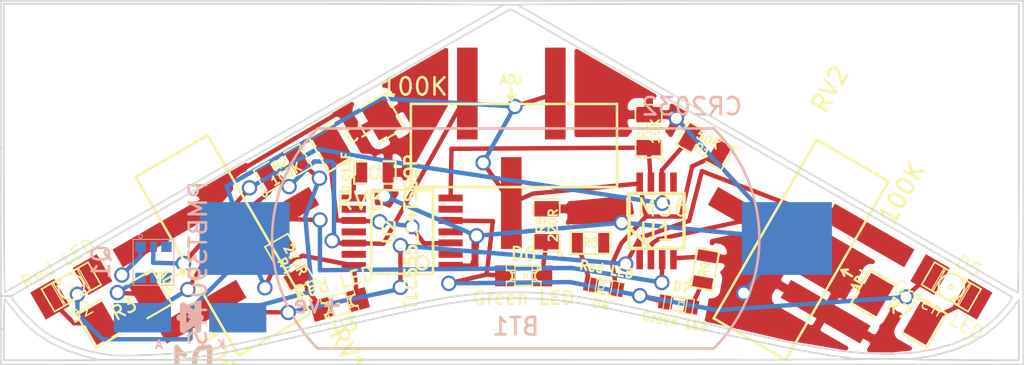
<source format=kicad_pcb>
(kicad_pcb (version 3) (host pcbnew "(2013-07-07 BZR 4022)-stable")

  (general
    (links 45)
    (no_connects 0)
    (area 128.600999 129.108999 188.575666 152.479695)
    (thickness 1.6)
    (drawings 0)
    (tracks 159)
    (zones 0)
    (modules 26)
    (nets 25)
  )

  (page A4)
  (layers
    (15 F.Cu signal)
    (0 B.Cu signal)
    (16 B.Adhes user)
    (17 F.Adhes user)
    (18 B.Paste user)
    (19 F.Paste user)
    (20 B.SilkS user)
    (21 F.SilkS user hide)
    (22 B.Mask user)
    (23 F.Mask user)
    (24 Dwgs.User user)
    (25 Cmts.User user)
    (26 Eco1.User user)
    (27 Eco2.User user)
    (28 Edge.Cuts user)
  )

  (setup
    (last_trace_width 0.254)
    (trace_clearance 0.127)
    (zone_clearance 0.508)
    (zone_45_only no)
    (trace_min 0.254)
    (segment_width 0.2)
    (edge_width 0.1)
    (via_size 0.889)
    (via_drill 0.635)
    (via_min_size 0.889)
    (via_min_drill 0.508)
    (uvia_size 0.508)
    (uvia_drill 0.127)
    (uvias_allowed no)
    (uvia_min_size 0.508)
    (uvia_min_drill 0.127)
    (pcb_text_width 0.3)
    (pcb_text_size 1.5 1.5)
    (mod_edge_width 0.05)
    (mod_text_size 1 1)
    (mod_text_width 0.15)
    (pad_size 0.4 1.4)
    (pad_drill 0)
    (pad_to_mask_clearance 0)
    (aux_axis_origin 0 0)
    (visible_elements 7FFFFF8F)
    (pcbplotparams
      (layerselection 3178497)
      (usegerberextensions true)
      (excludeedgelayer true)
      (linewidth 0.150000)
      (plotframeref false)
      (viasonmask false)
      (mode 1)
      (useauxorigin false)
      (hpglpennumber 1)
      (hpglpenspeed 20)
      (hpglpendiameter 15)
      (hpglpenoverlay 2)
      (psnegative false)
      (psa4output false)
      (plotreference true)
      (plotvalue true)
      (plotothertext true)
      (plotinvisibletext false)
      (padsonsilk false)
      (subtractmaskfromsilk false)
      (outputformat 1)
      (mirror false)
      (drillshape 1)
      (scaleselection 1)
      (outputdirectory ""))
  )

  (net 0 "")
  (net 1 GND)
  (net 2 "Net-(C1-Pad1)")
  (net 3 "Net-(C2-Pad1)")
  (net 4 "Net-(D1-Pad1)")
  (net 5 "Net-(D2-Pad2)")
  (net 6 "Net-(D3-Pad2)")
  (net 7 "Net-(D4-Pad2)")
  (net 8 "Net-(D5-Pad1)")
  (net 9 "Net-(D5-Pad2)")
  (net 10 "Net-(D6-Pad2)")
  (net 11 "Net-(D7-Pad2)")
  (net 12 "Net-(Q1-Pad2)")
  (net 13 "Net-(Q1-Pad3)")
  (net 14 "Net-(Q1-Pad4)")
  (net 15 "Net-(Q1-Pad5)")
  (net 16 "Net-(Q1-Pad6)")
  (net 17 "Net-(R4-Pad2)")
  (net 18 "Net-(R5-Pad2)")
  (net 19 "Net-(R6-Pad1)")
  (net 20 "Net-(RV1-Pad1)")
  (net 21 "Net-(RV1-Pad2)")
  (net 22 "Net-(RV2-Pad2)")
  (net 23 "Net-(U1-Pad5)")
  (net 24 VCC)

  (net_class Default "This is the default net class."
    (clearance 0.127)
    (trace_width 0.254)
    (via_dia 0.889)
    (via_drill 0.635)
    (uvia_dia 0.508)
    (uvia_drill 0.127)
    (add_net "")
    (add_net GND)
    (add_net "Net-(C1-Pad1)")
    (add_net "Net-(C2-Pad1)")
    (add_net "Net-(D1-Pad1)")
    (add_net "Net-(D2-Pad2)")
    (add_net "Net-(D3-Pad2)")
    (add_net "Net-(D4-Pad2)")
    (add_net "Net-(D5-Pad1)")
    (add_net "Net-(D5-Pad2)")
    (add_net "Net-(D6-Pad2)")
    (add_net "Net-(D7-Pad2)")
    (add_net "Net-(Q1-Pad2)")
    (add_net "Net-(Q1-Pad3)")
    (add_net "Net-(Q1-Pad4)")
    (add_net "Net-(Q1-Pad5)")
    (add_net "Net-(Q1-Pad6)")
    (add_net "Net-(R4-Pad2)")
    (add_net "Net-(R5-Pad2)")
    (add_net "Net-(R6-Pad1)")
    (add_net "Net-(RV1-Pad1)")
    (add_net "Net-(RV1-Pad2)")
    (add_net "Net-(RV2-Pad2)")
    (add_net "Net-(U1-Pad5)")
    (add_net VCC)
  )

  (module CESP:outline3 (layer F.Cu) (tedit 52E7D7A3) (tstamp 52EBCD88)
    (at 158.242 139.7)
    (fp_text reference G*** (at 26.67 -8.89) (layer Edge.Cuts) hide
      (effects (font (size 1.524 1.524) (thickness 0.3)))
    )
    (fp_text value Outline (at 0 8.89) (layer Edge.Cuts) hide
      (effects (font (size 1.524 1.524) (thickness 0.3)))
    )
    (fp_poly (pts (xy 29.548667 10.583334) (xy 29.294667 10.583334) (xy 29.294667 10.329334) (xy 29.294667 8.584353)
      (xy 29.294667 6.839372) (xy 29.294667 -1.905) (xy 29.294667 -10.244666) (xy 14.802556 -10.244667)
      (xy 13.250694 -10.244365) (xy 11.745666 -10.243483) (xy 10.296095 -10.242051) (xy 8.910602 -10.2401)
      (xy 7.597811 -10.237662) (xy 6.366343 -10.234768) (xy 5.22482 -10.23145) (xy 4.181866 -10.227738)
      (xy 3.246101 -10.223664) (xy 2.426149 -10.21926) (xy 1.730632 -10.214556) (xy 1.168172 -10.209585)
      (xy 0.747391 -10.204377) (xy 0.476912 -10.198963) (xy 0.365357 -10.193376) (xy 0.362912 -10.192199)
      (xy 0.441919 -10.143778) (xy 0.658981 -10.016048) (xy 1.005531 -9.813943) (xy 1.473 -9.542395)
      (xy 2.05282 -9.206339) (xy 2.736423 -8.810707) (xy 3.51524 -8.360432) (xy 4.380703 -7.860447)
      (xy 5.324244 -7.315686) (xy 6.337295 -6.731082) (xy 7.411287 -6.111567) (xy 8.537652 -5.462075)
      (xy 9.707821 -4.78754) (xy 10.913227 -4.092894) (xy 12.145302 -3.383071) (xy 13.395475 -2.663003)
      (xy 14.655181 -1.937624) (xy 15.91585 -1.211866) (xy 17.168914 -0.490664) (xy 18.405804 0.221049)
      (xy 19.617953 0.918342) (xy 20.796792 1.59628) (xy 21.933753 2.24993) (xy 23.020268 2.874359)
      (xy 24.047767 3.464634) (xy 25.007684 4.015822) (xy 25.89145 4.52299) (xy 26.690496 4.981204)
      (xy 27.396254 5.385531) (xy 28.000156 5.731039) (xy 28.493634 6.012793) (xy 28.868119 6.225862)
      (xy 29.115043 6.365311) (xy 29.225837 6.426208) (xy 29.231167 6.428585) (xy 29.240094 6.34669)
      (xy 29.248648 6.106872) (xy 29.256742 5.720542) (xy 29.264289 5.199109) (xy 29.271201 4.553983)
      (xy 29.277392 3.796574) (xy 29.282775 2.938293) (xy 29.287263 1.99055) (xy 29.290768 0.964754)
      (xy 29.293205 -0.127684) (xy 29.294486 -1.275353) (xy 29.294667 -1.905) (xy 29.294667 6.839372)
      (xy 28.929335 7.335519) (xy 28.899608 7.369738) (xy 28.899608 6.719361) (xy 28.892485 6.679667)
      (xy 28.809102 6.627664) (xy 28.5878 6.496715) (xy 28.237148 6.291741) (xy 27.765716 6.017662)
      (xy 27.182072 5.6794) (xy 26.494788 5.281874) (xy 25.712432 4.830006) (xy 24.843575 4.328717)
      (xy 23.896785 3.782927) (xy 22.880633 3.197556) (xy 21.803687 2.577526) (xy 20.674518 1.927758)
      (xy 19.501696 1.253171) (xy 18.293789 0.558687) (xy 17.059367 -0.150773) (xy 15.807001 -0.87029)
      (xy 14.545259 -1.594941) (xy 13.282711 -2.319807) (xy 12.027927 -3.039966) (xy 10.789477 -3.750498)
      (xy 9.57593 -4.446483) (xy 8.395855 -5.122999) (xy 7.257823 -5.775126) (xy 6.170402 -6.397942)
      (xy 5.142163 -6.986528) (xy 4.181675 -7.535963) (xy 3.297508 -8.041326) (xy 2.498231 -8.497695)
      (xy 1.792415 -8.900151) (xy 1.188627 -9.243773) (xy 0.695439 -9.52364) (xy 0.32142 -9.734831)
      (xy 0.075139 -9.872425) (xy -0.034835 -9.931502) (xy -0.039865 -9.933474) (xy -0.120877 -9.891775)
      (xy -0.341505 -9.76953) (xy -0.4699 -9.697278) (xy -0.4699 -10.170532) (xy -0.543993 -10.178971)
      (xy -0.779908 -10.187078) (xy -1.170134 -10.194815) (xy -1.70716 -10.202142) (xy -2.383476 -10.209022)
      (xy -3.19157 -10.215414) (xy -4.123932 -10.221281) (xy -5.173051 -10.226584) (xy -6.331415 -10.231284)
      (xy -7.591514 -10.235342) (xy -8.945836 -10.23872) (xy -10.386872 -10.241379) (xy -11.90711 -10.243279)
      (xy -13.499039 -10.244383) (xy -14.842067 -10.244666) (xy -29.294666 -10.244666) (xy -29.294666 -1.900003)
      (xy -29.294037 -0.727997) (xy -29.292208 0.394321) (xy -29.289264 1.455599) (xy -29.285293 2.444487)
      (xy -29.280383 3.349634) (xy -29.274618 4.159688) (xy -29.268087 4.8633) (xy -29.260876 5.449118)
      (xy -29.253072 5.905791) (xy -29.244761 6.221969) (xy -29.23603 6.386301) (xy -29.231166 6.407903)
      (xy -29.152501 6.362614) (xy -28.934144 6.236942) (xy -28.583175 6.03496) (xy -28.106669 5.76074)
      (xy -27.511706 5.418356) (xy -26.805363 5.011881) (xy -25.994717 4.545386) (xy -25.086846 4.022946)
      (xy -24.088828 3.448633) (xy -23.00774 2.82652) (xy -21.850661 2.16068) (xy -20.624667 1.455185)
      (xy -19.336836 0.714109) (xy -17.994246 -0.058476) (xy -16.603975 -0.858496) (xy -15.173101 -1.68188)
      (xy -14.859 -1.862626) (xy -13.41987 -2.690898) (xy -12.019667 -3.497044) (xy -10.665482 -4.276967)
      (xy -9.364404 -5.026575) (xy -8.123526 -5.741774) (xy -6.949937 -6.418468) (xy -5.850728 -7.052565)
      (xy -4.832991 -7.639971) (xy -3.903816 -8.17659) (xy -3.070293 -8.65833) (xy -2.339514 -9.081096)
      (xy -1.718569 -9.440794) (xy -1.214549 -9.73333) (xy -0.834545 -9.95461) (xy -0.585648 -10.10054)
      (xy -0.474947 -10.167026) (xy -0.4699 -10.170532) (xy -0.4699 -9.697278) (xy -0.694678 -9.570788)
      (xy -1.173325 -9.299596) (xy -1.770374 -8.960004) (xy -2.478754 -8.556059) (xy -3.291392 -8.091811)
      (xy -4.201219 -7.571309) (xy -5.201161 -6.9986) (xy -6.284147 -6.377733) (xy -7.443106 -5.712757)
      (xy -8.670966 -5.00772) (xy -9.960655 -4.266671) (xy -11.305103 -3.493659) (xy -12.697237 -2.692732)
      (xy -14.129986 -1.867938) (xy -14.498758 -1.655567) (xy -28.870515 6.621591) (xy -28.722758 6.884572)
      (xy -28.606261 7.045768) (xy -28.397459 7.291666) (xy -28.12567 7.589147) (xy -27.820212 7.905093)
      (xy -27.812396 7.912943) (xy -27.416555 8.295222) (xy -27.075716 8.583998) (xy -26.739002 8.817917)
      (xy -26.355536 9.035625) (xy -26.288396 9.070531) (xy -25.341074 9.500695) (xy -24.430251 9.792256)
      (xy -23.918333 9.900592) (xy -23.605913 9.954959) (xy -23.331925 10.002954) (xy -23.198666 10.026533)
      (xy -22.94883 10.049919) (xy -22.561326 10.059909) (xy -22.067183 10.057777) (xy -21.49743 10.044797)
      (xy -20.883096 10.022243) (xy -20.25521 9.99139) (xy -19.644801 9.953511) (xy -19.082898 9.90988)
      (xy -18.600529 9.861772) (xy -18.330333 9.826639) (xy -17.833634 9.750508) (xy -17.347409 9.670612)
      (xy -16.852953 9.583034) (xy -16.331558 9.483859) (xy -15.764519 9.369171) (xy -15.133129 9.235052)
      (xy -14.418681 9.077587) (xy -13.602469 8.892859) (xy -12.665786 8.676952) (xy -11.589926 8.42595)
      (xy -11.176 8.328841) (xy -9.608162 7.963709) (xy -8.200186 7.642406) (xy -6.948572 7.364184)
      (xy -5.849822 7.128295) (xy -4.900435 6.933993) (xy -4.096913 6.78053) (xy -3.435757 6.667158)
      (xy -3.289438 6.644561) (xy -1.996227 6.495213) (xy -0.615441 6.417067) (xy 0.795102 6.410157)
      (xy 2.177588 6.474517) (xy 3.474199 6.61018) (xy 3.683 6.640499) (xy 4.356551 6.752617)
      (xy 5.191745 6.908959) (xy 6.186868 7.109168) (xy 7.340203 7.352881) (xy 8.650036 7.639741)
      (xy 10.114651 7.969387) (xy 11.176 8.212695) (xy 12.508349 8.517967) (xy 13.692573 8.784279)
      (xy 14.744612 9.014577) (xy 15.680407 9.21181) (xy 16.515898 9.378925) (xy 17.267025 9.51887)
      (xy 17.949729 9.634593) (xy 18.57995 9.729042) (xy 19.173628 9.805164) (xy 19.746704 9.865908)
      (xy 20.315119 9.91422) (xy 20.418406 9.92184) (xy 21.836703 9.968259) (xy 23.151946 9.896182)
      (xy 24.359834 9.706628) (xy 25.456069 9.400618) (xy 26.436352 8.979171) (xy 27.296382 8.443306)
      (xy 27.573077 8.224809) (xy 27.871 7.95762) (xy 28.167669 7.662419) (xy 28.440974 7.3651)
      (xy 28.668806 7.091556) (xy 28.829054 6.867679) (xy 28.899608 6.719361) (xy 28.899608 7.369738)
      (xy 28.246716 8.121291) (xy 27.443865 8.788012) (xy 26.521158 9.335487) (xy 25.47897 9.763525)
      (xy 24.317677 10.071931) (xy 23.283334 10.234675) (xy 23.170953 10.254009) (xy 23.199455 10.270586)
      (xy 23.373288 10.284545) (xy 23.696901 10.296024) (xy 24.174741 10.305162) (xy 24.811256 10.312097)
      (xy 25.610894 10.316968) (xy 25.9715 10.318349) (xy 29.294667 10.329334) (xy 29.294667 10.583334)
      (xy 20.235334 10.583334) (xy 20.235334 10.270002) (xy 19.644732 10.214946) (xy 19.000952 10.13692)
      (xy 18.291448 10.03355) (xy 17.503673 9.90246) (xy 16.625078 9.741274) (xy 15.643116 9.547617)
      (xy 14.545242 9.319115) (xy 13.318907 9.053391) (xy 11.951563 8.748071) (xy 10.752667 8.474842)
      (xy 9.400835 8.16615) (xy 8.198378 7.895812) (xy 7.13033 7.661385) (xy 6.181722 7.460422)
      (xy 5.337586 7.290478) (xy 4.582953 7.149108) (xy 3.902856 7.033866) (xy 3.282326 6.942307)
      (xy 2.706394 6.871986) (xy 2.160094 6.820457) (xy 1.628456 6.785276) (xy 1.096513 6.763995)
      (xy 0.549296 6.754171) (xy 0.211667 6.752759) (xy -0.351918 6.756963) (xy -0.892165 6.771196)
      (xy -1.423554 6.797883) (xy -1.960566 6.839452) (xy -2.51768 6.89833) (xy -3.109375 6.976943)
      (xy -3.750132 7.077719) (xy -4.454429 7.203084) (xy -5.236747 7.355466) (xy -6.111565 7.537292)
      (xy -7.093363 7.750988) (xy -8.196621 7.998982) (xy -9.435818 8.2837) (xy -10.752666 8.590529)
      (xy -11.853039 8.847719) (xy -12.806119 9.069269) (xy -13.629315 9.258879) (xy -14.340035 9.420252)
      (xy -14.955687 9.557089) (xy -15.493678 9.673091) (xy -15.971416 9.771961) (xy -16.406309 9.857399)
      (xy -16.815764 9.933108) (xy -17.21719 10.002789) (xy -17.627994 10.070143) (xy -17.949333 10.12083)
      (xy -19.177 10.312052) (xy 0.719667 10.305901) (xy 2.537369 10.305214) (xy 4.307165 10.3043)
      (xy 6.021849 10.303172) (xy 7.674214 10.301844) (xy 9.257054 10.300328) (xy 10.763161 10.298637)
      (xy 12.185329 10.296786) (xy 13.516352 10.294787) (xy 14.749022 10.292653) (xy 15.876133 10.290399)
      (xy 16.890479 10.288036) (xy 17.784852 10.285578) (xy 18.552047 10.28304) (xy 19.184856 10.280433)
      (xy 19.676073 10.277771) (xy 20.018491 10.275067) (xy 20.204903 10.272335) (xy 20.235334 10.270002)
      (xy 20.235334 10.583334) (xy 0.042334 10.583334) (xy -23.749 10.583334) (xy -23.749 10.321008)
      (xy -24.511 10.1234) (xy -25.596905 9.78015) (xy -26.552143 9.343216) (xy -27.393729 8.80176)
      (xy -28.138678 8.144945) (xy -28.765227 7.41372) (xy -28.961433 7.155481) (xy -29.122483 6.946613)
      (xy -29.217359 6.827291) (xy -29.2237 6.8199) (xy -29.244583 6.876018) (xy -29.263034 7.078295)
      (xy -29.278094 7.403565) (xy -29.288804 7.828661) (xy -29.294205 8.330415) (xy -29.294666 8.5344)
      (xy -29.294666 10.329334) (xy -26.521833 10.325171) (xy -23.749 10.321008) (xy -23.749 10.583334)
      (xy -29.464 10.583334) (xy -29.464 0.084667) (xy -29.464 -10.414) (xy 0.042334 -10.414)
      (xy 29.548667 -10.414) (xy 29.548667 0.084667) (xy 29.548667 10.583334) (xy 29.548667 10.583334)) (layer Edge.Cuts) (width 0.1))
  )

  (module CESP:CR2032_Batt_Holder (layer B.Cu) (tedit 52E92FBE) (tstamp 52E930D6)
    (at 158.496 143.002)
    (path /52E645F5)
    (fp_text reference BT1 (at 0 5.08) (layer B.SilkS)
      (effects (font (size 1 1) (thickness 0.15)) (justify mirror))
    )
    (fp_text value CR2032 (at 10.16 -7.62) (layer B.SilkS)
      (effects (font (size 1 1) (thickness 0.15)) (justify mirror))
    )
    (fp_text user +ve (at -11.43 3.81) (layer B.SilkS)
      (effects (font (size 1 1) (thickness 0.15)) (justify mirror))
    )
    (fp_arc (start -5.08 0) (end -11.43 -6.35) (angle -90) (layer B.SilkS) (width 0.15))
    (fp_arc (start 5.08 0) (end 11.43 -6.35) (angle 90) (layer B.SilkS) (width 0.15))
    (fp_line (start 11.43 -6.35) (end -11.43 -6.35) (layer B.SilkS) (width 0.15))
    (fp_line (start -11.43 6.35) (end 11.43 6.35) (layer B.SilkS) (width 0.15))
    (pad 1 smd rect (at -15.65 0) (size 5.2 4.2)
      (layers B.Cu B.Paste B.Mask)
      (net 24 VCC)
    )
    (pad 2 smd rect (at 15.65 0) (size 5.2 4.2)
      (layers B.Cu B.Paste B.Mask)
      (net 1 GND)
    )
    (pad 3 smd rect (at 0 0) (size 11 7)
      (layers B.Adhes)
    )
  )

  (module SMD_Packages:SM1206 (layer F.Cu) (tedit 52E92FC0) (tstamp 52E930E2)
    (at 149.3266 136.906 30)
    (path /52E67099)
    (attr smd)
    (fp_text reference C1 (at 0 0 30) (layer F.SilkS)
      (effects (font (size 0.762 0.762) (thickness 0.127)))
    )
    (fp_text value 10uF (at 0 0 30) (layer F.SilkS) hide
      (effects (font (size 0.762 0.762) (thickness 0.127)))
    )
    (fp_line (start -2.54 -1.143) (end -2.54 1.143) (layer F.SilkS) (width 0.127))
    (fp_line (start -2.54 1.143) (end -0.889 1.143) (layer F.SilkS) (width 0.127))
    (fp_line (start 0.889 -1.143) (end 2.54 -1.143) (layer F.SilkS) (width 0.127))
    (fp_line (start 2.54 -1.143) (end 2.54 1.143) (layer F.SilkS) (width 0.127))
    (fp_line (start 2.54 1.143) (end 0.889 1.143) (layer F.SilkS) (width 0.127))
    (fp_line (start -0.889 -1.143) (end -2.54 -1.143) (layer F.SilkS) (width 0.127))
    (pad 1 smd rect (at -1.651 0 30) (size 1.524 2.032)
      (layers F.Cu F.Paste F.Mask)
      (net 2 "Net-(C1-Pad1)")
    )
    (pad 2 smd rect (at 1.651 0 30) (size 1.524 2.032)
      (layers F.Cu F.Paste F.Mask)
      (net 1 GND)
    )
    (model smd/chip_cms.wrl
      (at (xyz 0 0 0))
      (scale (xyz 0.17 0.16 0.16))
      (rotate (xyz 0 0 0))
    )
  )

  (module SMD_Packages:SM0603_Capa (layer F.Cu) (tedit 52E92FC0) (tstamp 52E930EE)
    (at 150.368 139.192)
    (path /52E67085)
    (attr smd)
    (fp_text reference C2 (at 0 0 90) (layer F.SilkS)
      (effects (font (size 0.508 0.4572) (thickness 0.1143)))
    )
    (fp_text value 0.01uF (at -1.651 0 90) (layer F.SilkS)
      (effects (font (size 0.508 0.4572) (thickness 0.1143)))
    )
    (fp_line (start 0.50038 0.65024) (end 1.19888 0.65024) (layer F.SilkS) (width 0.11938))
    (fp_line (start -0.50038 0.65024) (end -1.19888 0.65024) (layer F.SilkS) (width 0.11938))
    (fp_line (start 0.50038 -0.65024) (end 1.19888 -0.65024) (layer F.SilkS) (width 0.11938))
    (fp_line (start -1.19888 -0.65024) (end -0.50038 -0.65024) (layer F.SilkS) (width 0.11938))
    (fp_line (start 1.19888 -0.635) (end 1.19888 0.635) (layer F.SilkS) (width 0.11938))
    (fp_line (start -1.19888 0.635) (end -1.19888 -0.635) (layer F.SilkS) (width 0.11938))
    (pad 1 smd rect (at -0.762 0) (size 0.635 1.143)
      (layers F.Cu F.Paste F.Mask)
      (net 3 "Net-(C2-Pad1)")
    )
    (pad 2 smd rect (at 0.762 0) (size 0.635 1.143)
      (layers F.Cu F.Paste F.Mask)
      (net 1 GND)
    )
    (model smd\capacitors\C0603.wrl
      (at (xyz 0 0 0.001))
      (scale (xyz 0.5 0.5 0.5))
      (rotate (xyz 0 0 0))
    )
  )

  (module Diodes_SMD:Diode-MiniMELF_Handsoldering (layer B.Cu) (tedit 52E92FC1) (tstamp 52E930FD)
    (at 139.7 147.574)
    (descr "Diode Mini-MELF Handsoldering")
    (tags "Diode Mini-MELF Handsoldering")
    (path /52E68B1E)
    (attr smd)
    (fp_text reference D1 (at 0 2.54) (layer B.SilkS)
      (effects (font (size 1.524 1.524) (thickness 0.3048)) (justify mirror))
    )
    (fp_text value FDLL4148 (at 0 -3.81) (layer B.SilkS) hide
      (effects (font (size 1.524 1.524) (thickness 0.3048)) (justify mirror))
    )
    (fp_line (start 0.44958 0) (end 0.59944 0) (layer B.SilkS) (width 0.381))
    (fp_line (start -0.39878 0) (end -0.59944 0) (layer B.SilkS) (width 0.381))
    (fp_line (start 0.44958 0) (end 0.44958 -0.7493) (layer B.SilkS) (width 0.381))
    (fp_line (start 0.44958 0) (end 0.44958 0.70104) (layer B.SilkS) (width 0.381))
    (fp_line (start 0.44958 0) (end -0.39878 0.70104) (layer B.SilkS) (width 0.381))
    (fp_line (start -0.39878 0.70104) (end -0.39878 -0.70104) (layer B.SilkS) (width 0.381))
    (fp_line (start -0.39878 -0.70104) (end 0.44958 0) (layer B.SilkS) (width 0.381))
    (fp_text user A (at -1.80086 1.5494) (layer B.SilkS)
      (effects (font (size 0.50038 0.50038) (thickness 0.09906)) (justify mirror))
    )
    (fp_text user K (at 1.80086 1.5494) (layer B.SilkS)
      (effects (font (size 0.50038 0.50038) (thickness 0.09906)) (justify mirror))
    )
    (pad 1 smd rect (at -2.75082 0) (size 3.29946 1.69926)
      (layers B.Cu B.Paste B.Mask)
      (net 4 "Net-(D1-Pad1)")
    )
    (pad 2 smd rect (at 2.75082 0) (size 3.29946 1.69926)
      (layers B.Cu B.Paste B.Mask)
      (net 2 "Net-(C1-Pad1)")
    )
    (model MiniMELF_DO213AA_Faktor03937_RevA_06Sep2012.wrl
      (at (xyz 0 0 0))
      (scale (xyz 0.3937 0.3937 0.3937))
      (rotate (xyz 0 0 0))
    )
  )

  (module LEDs:LED-1206 (layer F.Cu) (tedit 52E92FC0) (tstamp 52EBD17C)
    (at 132.842 145.796 210)
    (descr "LED 1206 smd package")
    (tags "LED1206 SMD")
    (path /52E66E7B)
    (attr smd)
    (fp_text reference D2 (at 0.254 -1.524 210) (layer F.SilkS)
      (effects (font (size 0.762 0.762) (thickness 0.0889)))
    )
    (fp_text value "Red LED" (at 0 1.524 210) (layer F.SilkS)
      (effects (font (size 0.762 0.762) (thickness 0.0889)))
    )
    (fp_line (start -0.09906 0.09906) (end 0.09906 0.09906) (layer F.SilkS) (width 0.06604))
    (fp_line (start 0.09906 0.09906) (end 0.09906 -0.09906) (layer F.SilkS) (width 0.06604))
    (fp_line (start -0.09906 -0.09906) (end 0.09906 -0.09906) (layer F.SilkS) (width 0.06604))
    (fp_line (start -0.09906 0.09906) (end -0.09906 -0.09906) (layer F.SilkS) (width 0.06604))
    (fp_line (start 0.44958 0.6985) (end 0.79756 0.6985) (layer F.SilkS) (width 0.06604))
    (fp_line (start 0.79756 0.6985) (end 0.79756 0.44958) (layer F.SilkS) (width 0.06604))
    (fp_line (start 0.44958 0.44958) (end 0.79756 0.44958) (layer F.SilkS) (width 0.06604))
    (fp_line (start 0.44958 0.6985) (end 0.44958 0.44958) (layer F.SilkS) (width 0.06604))
    (fp_line (start 0.79756 0.6985) (end 0.89916 0.6985) (layer F.SilkS) (width 0.06604))
    (fp_line (start 0.89916 0.6985) (end 0.89916 -0.49784) (layer F.SilkS) (width 0.06604))
    (fp_line (start 0.79756 -0.49784) (end 0.89916 -0.49784) (layer F.SilkS) (width 0.06604))
    (fp_line (start 0.79756 0.6985) (end 0.79756 -0.49784) (layer F.SilkS) (width 0.06604))
    (fp_line (start 0.79756 -0.54864) (end 0.89916 -0.54864) (layer F.SilkS) (width 0.06604))
    (fp_line (start 0.89916 -0.54864) (end 0.89916 -0.6985) (layer F.SilkS) (width 0.06604))
    (fp_line (start 0.79756 -0.6985) (end 0.89916 -0.6985) (layer F.SilkS) (width 0.06604))
    (fp_line (start 0.79756 -0.54864) (end 0.79756 -0.6985) (layer F.SilkS) (width 0.06604))
    (fp_line (start -0.89916 0.6985) (end -0.79756 0.6985) (layer F.SilkS) (width 0.06604))
    (fp_line (start -0.79756 0.6985) (end -0.79756 -0.49784) (layer F.SilkS) (width 0.06604))
    (fp_line (start -0.89916 -0.49784) (end -0.79756 -0.49784) (layer F.SilkS) (width 0.06604))
    (fp_line (start -0.89916 0.6985) (end -0.89916 -0.49784) (layer F.SilkS) (width 0.06604))
    (fp_line (start -0.89916 -0.54864) (end -0.79756 -0.54864) (layer F.SilkS) (width 0.06604))
    (fp_line (start -0.79756 -0.54864) (end -0.79756 -0.6985) (layer F.SilkS) (width 0.06604))
    (fp_line (start -0.89916 -0.6985) (end -0.79756 -0.6985) (layer F.SilkS) (width 0.06604))
    (fp_line (start -0.89916 -0.54864) (end -0.89916 -0.6985) (layer F.SilkS) (width 0.06604))
    (fp_line (start 0.44958 0.6985) (end 0.59944 0.6985) (layer F.SilkS) (width 0.06604))
    (fp_line (start 0.59944 0.6985) (end 0.59944 0.44958) (layer F.SilkS) (width 0.06604))
    (fp_line (start 0.44958 0.44958) (end 0.59944 0.44958) (layer F.SilkS) (width 0.06604))
    (fp_line (start 0.44958 0.6985) (end 0.44958 0.44958) (layer F.SilkS) (width 0.06604))
    (fp_line (start 1.5494 0.7493) (end -1.5494 0.7493) (layer F.SilkS) (width 0.1016))
    (fp_line (start -1.5494 0.7493) (end -1.5494 -0.7493) (layer F.SilkS) (width 0.1016))
    (fp_line (start -1.5494 -0.7493) (end 1.5494 -0.7493) (layer F.SilkS) (width 0.1016))
    (fp_line (start 1.5494 -0.7493) (end 1.5494 0.7493) (layer F.SilkS) (width 0.1016))
    (fp_arc (start 0 0) (end 0.54864 0.49784) (angle 95.4) (layer F.SilkS) (width 0.1016))
    (fp_arc (start 0 0) (end -0.54864 0.49784) (angle 84.5) (layer F.SilkS) (width 0.1016))
    (fp_arc (start 0 0) (end -0.54864 -0.49784) (angle 95.4) (layer F.SilkS) (width 0.1016))
    (fp_arc (start 0 0) (end 0.54864 -0.49784) (angle 84.5) (layer F.SilkS) (width 0.1016))
    (pad 1 smd rect (at -1.41986 0 210) (size 1.59766 1.80086)
      (layers F.Cu F.Paste F.Mask)
      (net 24 VCC)
    )
    (pad 2 smd rect (at 1.41986 0 210) (size 1.59766 1.80086)
      (layers F.Cu F.Paste F.Mask)
      (net 5 "Net-(D2-Pad2)")
    )
  )

  (module LEDs:LED-0805 (layer F.Cu) (tedit 52E92FC0) (tstamp 52E93162)
    (at 148.336 146.812 195)
    (descr "LED 0805 smd package")
    (tags "LED 0805 SMD")
    (path /52E66E67)
    (attr smd)
    (fp_text reference D3 (at 0 -1.27 195) (layer F.SilkS)
      (effects (font (size 0.762 0.762) (thickness 0.127)))
    )
    (fp_text value "Red LED" (at 0 1.27 195) (layer F.SilkS)
      (effects (font (size 0.762 0.762) (thickness 0.127)))
    )
    (fp_line (start 0.49784 0.29972) (end 0.49784 0.62484) (layer F.SilkS) (width 0.06604))
    (fp_line (start 0.49784 0.62484) (end 0.99822 0.62484) (layer F.SilkS) (width 0.06604))
    (fp_line (start 0.99822 0.29972) (end 0.99822 0.62484) (layer F.SilkS) (width 0.06604))
    (fp_line (start 0.49784 0.29972) (end 0.99822 0.29972) (layer F.SilkS) (width 0.06604))
    (fp_line (start 0.49784 -0.32258) (end 0.49784 -0.17272) (layer F.SilkS) (width 0.06604))
    (fp_line (start 0.49784 -0.17272) (end 0.7493 -0.17272) (layer F.SilkS) (width 0.06604))
    (fp_line (start 0.7493 -0.32258) (end 0.7493 -0.17272) (layer F.SilkS) (width 0.06604))
    (fp_line (start 0.49784 -0.32258) (end 0.7493 -0.32258) (layer F.SilkS) (width 0.06604))
    (fp_line (start 0.49784 0.17272) (end 0.49784 0.32258) (layer F.SilkS) (width 0.06604))
    (fp_line (start 0.49784 0.32258) (end 0.7493 0.32258) (layer F.SilkS) (width 0.06604))
    (fp_line (start 0.7493 0.17272) (end 0.7493 0.32258) (layer F.SilkS) (width 0.06604))
    (fp_line (start 0.49784 0.17272) (end 0.7493 0.17272) (layer F.SilkS) (width 0.06604))
    (fp_line (start 0.49784 -0.19812) (end 0.49784 0.19812) (layer F.SilkS) (width 0.06604))
    (fp_line (start 0.49784 0.19812) (end 0.6731 0.19812) (layer F.SilkS) (width 0.06604))
    (fp_line (start 0.6731 -0.19812) (end 0.6731 0.19812) (layer F.SilkS) (width 0.06604))
    (fp_line (start 0.49784 -0.19812) (end 0.6731 -0.19812) (layer F.SilkS) (width 0.06604))
    (fp_line (start -0.99822 0.29972) (end -0.99822 0.62484) (layer F.SilkS) (width 0.06604))
    (fp_line (start -0.99822 0.62484) (end -0.49784 0.62484) (layer F.SilkS) (width 0.06604))
    (fp_line (start -0.49784 0.29972) (end -0.49784 0.62484) (layer F.SilkS) (width 0.06604))
    (fp_line (start -0.99822 0.29972) (end -0.49784 0.29972) (layer F.SilkS) (width 0.06604))
    (fp_line (start -0.99822 -0.62484) (end -0.99822 -0.29972) (layer F.SilkS) (width 0.06604))
    (fp_line (start -0.99822 -0.29972) (end -0.49784 -0.29972) (layer F.SilkS) (width 0.06604))
    (fp_line (start -0.49784 -0.62484) (end -0.49784 -0.29972) (layer F.SilkS) (width 0.06604))
    (fp_line (start -0.99822 -0.62484) (end -0.49784 -0.62484) (layer F.SilkS) (width 0.06604))
    (fp_line (start -0.7493 0.17272) (end -0.7493 0.32258) (layer F.SilkS) (width 0.06604))
    (fp_line (start -0.7493 0.32258) (end -0.49784 0.32258) (layer F.SilkS) (width 0.06604))
    (fp_line (start -0.49784 0.17272) (end -0.49784 0.32258) (layer F.SilkS) (width 0.06604))
    (fp_line (start -0.7493 0.17272) (end -0.49784 0.17272) (layer F.SilkS) (width 0.06604))
    (fp_line (start -0.7493 -0.32258) (end -0.7493 -0.17272) (layer F.SilkS) (width 0.06604))
    (fp_line (start -0.7493 -0.17272) (end -0.49784 -0.17272) (layer F.SilkS) (width 0.06604))
    (fp_line (start -0.49784 -0.32258) (end -0.49784 -0.17272) (layer F.SilkS) (width 0.06604))
    (fp_line (start -0.7493 -0.32258) (end -0.49784 -0.32258) (layer F.SilkS) (width 0.06604))
    (fp_line (start -0.6731 -0.19812) (end -0.6731 0.19812) (layer F.SilkS) (width 0.06604))
    (fp_line (start -0.6731 0.19812) (end -0.49784 0.19812) (layer F.SilkS) (width 0.06604))
    (fp_line (start -0.49784 -0.19812) (end -0.49784 0.19812) (layer F.SilkS) (width 0.06604))
    (fp_line (start -0.6731 -0.19812) (end -0.49784 -0.19812) (layer F.SilkS) (width 0.06604))
    (fp_line (start 0 -0.09906) (end 0 0.09906) (layer F.SilkS) (width 0.06604))
    (fp_line (start 0 0.09906) (end 0.19812 0.09906) (layer F.SilkS) (width 0.06604))
    (fp_line (start 0.19812 -0.09906) (end 0.19812 0.09906) (layer F.SilkS) (width 0.06604))
    (fp_line (start 0 -0.09906) (end 0.19812 -0.09906) (layer F.SilkS) (width 0.06604))
    (fp_line (start 0.49784 -0.59944) (end 0.49784 -0.29972) (layer F.SilkS) (width 0.06604))
    (fp_line (start 0.49784 -0.29972) (end 0.79756 -0.29972) (layer F.SilkS) (width 0.06604))
    (fp_line (start 0.79756 -0.59944) (end 0.79756 -0.29972) (layer F.SilkS) (width 0.06604))
    (fp_line (start 0.49784 -0.59944) (end 0.79756 -0.59944) (layer F.SilkS) (width 0.06604))
    (fp_line (start 0.92456 -0.62484) (end 0.92456 -0.39878) (layer F.SilkS) (width 0.06604))
    (fp_line (start 0.92456 -0.39878) (end 0.99822 -0.39878) (layer F.SilkS) (width 0.06604))
    (fp_line (start 0.99822 -0.62484) (end 0.99822 -0.39878) (layer F.SilkS) (width 0.06604))
    (fp_line (start 0.92456 -0.62484) (end 0.99822 -0.62484) (layer F.SilkS) (width 0.06604))
    (fp_line (start 0.52324 0.57404) (end -0.52324 0.57404) (layer F.SilkS) (width 0.1016))
    (fp_line (start -0.49784 -0.57404) (end 0.92456 -0.57404) (layer F.SilkS) (width 0.1016))
    (fp_circle (center 0.84836 -0.44958) (end 0.89916 -0.50038) (layer F.SilkS) (width 0.0508))
    (fp_arc (start 0.99822 0) (end 0.99822 0.34798) (angle 180) (layer F.SilkS) (width 0.1016))
    (fp_arc (start -0.99822 0) (end -0.99822 -0.34798) (angle 180) (layer F.SilkS) (width 0.1016))
    (pad 1 smd rect (at -1.04902 0 195) (size 1.19888 1.19888)
      (layers F.Cu F.Paste F.Mask)
      (net 24 VCC)
    )
    (pad 2 smd rect (at 1.04902 0 195) (size 1.19888 1.19888)
      (layers F.Cu F.Paste F.Mask)
      (net 6 "Net-(D3-Pad2)")
    )
  )

  (module LEDs:LED-0603 (layer F.Cu) (tedit 52E92FC0) (tstamp 52E9317E)
    (at 163.576 145.796 170)
    (descr "LED 0603 smd package")
    (tags "LED led 0603 SMD smd SMT smt smdled SMDLED smtled SMTLED")
    (path /52E66E53)
    (attr smd)
    (fp_text reference D4 (at 0 -1.016 170) (layer F.SilkS)
      (effects (font (size 0.508 0.508) (thickness 0.127)))
    )
    (fp_text value "Red LED" (at 0 1.016 170) (layer F.SilkS)
      (effects (font (size 0.508 0.508) (thickness 0.127)))
    )
    (fp_line (start 0.44958 -0.44958) (end 0.44958 0.44958) (layer F.SilkS) (width 0.06604))
    (fp_line (start 0.44958 0.44958) (end 0.84836 0.44958) (layer F.SilkS) (width 0.06604))
    (fp_line (start 0.84836 -0.44958) (end 0.84836 0.44958) (layer F.SilkS) (width 0.06604))
    (fp_line (start 0.44958 -0.44958) (end 0.84836 -0.44958) (layer F.SilkS) (width 0.06604))
    (fp_line (start -0.84836 -0.44958) (end -0.84836 0.44958) (layer F.SilkS) (width 0.06604))
    (fp_line (start -0.84836 0.44958) (end -0.44958 0.44958) (layer F.SilkS) (width 0.06604))
    (fp_line (start -0.44958 -0.44958) (end -0.44958 0.44958) (layer F.SilkS) (width 0.06604))
    (fp_line (start -0.84836 -0.44958) (end -0.44958 -0.44958) (layer F.SilkS) (width 0.06604))
    (fp_line (start 0 -0.44958) (end 0 -0.29972) (layer F.SilkS) (width 0.06604))
    (fp_line (start 0 -0.29972) (end 0.29972 -0.29972) (layer F.SilkS) (width 0.06604))
    (fp_line (start 0.29972 -0.44958) (end 0.29972 -0.29972) (layer F.SilkS) (width 0.06604))
    (fp_line (start 0 -0.44958) (end 0.29972 -0.44958) (layer F.SilkS) (width 0.06604))
    (fp_line (start 0 0.29972) (end 0 0.44958) (layer F.SilkS) (width 0.06604))
    (fp_line (start 0 0.44958) (end 0.29972 0.44958) (layer F.SilkS) (width 0.06604))
    (fp_line (start 0.29972 0.29972) (end 0.29972 0.44958) (layer F.SilkS) (width 0.06604))
    (fp_line (start 0 0.29972) (end 0.29972 0.29972) (layer F.SilkS) (width 0.06604))
    (fp_line (start 0 -0.14986) (end 0 0.14986) (layer F.SilkS) (width 0.06604))
    (fp_line (start 0 0.14986) (end 0.29972 0.14986) (layer F.SilkS) (width 0.06604))
    (fp_line (start 0.29972 -0.14986) (end 0.29972 0.14986) (layer F.SilkS) (width 0.06604))
    (fp_line (start 0 -0.14986) (end 0.29972 -0.14986) (layer F.SilkS) (width 0.06604))
    (fp_line (start 0.44958 -0.39878) (end -0.44958 -0.39878) (layer F.SilkS) (width 0.1016))
    (fp_line (start 0.44958 0.39878) (end -0.44958 0.39878) (layer F.SilkS) (width 0.1016))
    (pad 1 smd rect (at -0.7493 0 170) (size 0.79756 0.79756)
      (layers F.Cu F.Paste F.Mask)
      (net 24 VCC)
    )
    (pad 2 smd rect (at 0.7493 0 170) (size 0.79756 0.79756)
      (layers F.Cu F.Paste F.Mask)
      (net 7 "Net-(D4-Pad2)")
    )
  )

  (module LEDs:LED-1206 (layer F.Cu) (tedit 52E92FC0) (tstamp 52E931A8)
    (at 183.642 145.796 330)
    (descr "LED 1206 smd package")
    (tags "LED1206 SMD")
    (path /52E68063)
    (attr smd)
    (fp_text reference D5 (at 0.254 -1.524 330) (layer F.SilkS)
      (effects (font (size 0.762 0.762) (thickness 0.0889)))
    )
    (fp_text value "Green LED" (at 0 1.524 330) (layer F.SilkS)
      (effects (font (size 0.762 0.762) (thickness 0.0889)))
    )
    (fp_line (start -0.09906 0.09906) (end 0.09906 0.09906) (layer F.SilkS) (width 0.06604))
    (fp_line (start 0.09906 0.09906) (end 0.09906 -0.09906) (layer F.SilkS) (width 0.06604))
    (fp_line (start -0.09906 -0.09906) (end 0.09906 -0.09906) (layer F.SilkS) (width 0.06604))
    (fp_line (start -0.09906 0.09906) (end -0.09906 -0.09906) (layer F.SilkS) (width 0.06604))
    (fp_line (start 0.44958 0.6985) (end 0.79756 0.6985) (layer F.SilkS) (width 0.06604))
    (fp_line (start 0.79756 0.6985) (end 0.79756 0.44958) (layer F.SilkS) (width 0.06604))
    (fp_line (start 0.44958 0.44958) (end 0.79756 0.44958) (layer F.SilkS) (width 0.06604))
    (fp_line (start 0.44958 0.6985) (end 0.44958 0.44958) (layer F.SilkS) (width 0.06604))
    (fp_line (start 0.79756 0.6985) (end 0.89916 0.6985) (layer F.SilkS) (width 0.06604))
    (fp_line (start 0.89916 0.6985) (end 0.89916 -0.49784) (layer F.SilkS) (width 0.06604))
    (fp_line (start 0.79756 -0.49784) (end 0.89916 -0.49784) (layer F.SilkS) (width 0.06604))
    (fp_line (start 0.79756 0.6985) (end 0.79756 -0.49784) (layer F.SilkS) (width 0.06604))
    (fp_line (start 0.79756 -0.54864) (end 0.89916 -0.54864) (layer F.SilkS) (width 0.06604))
    (fp_line (start 0.89916 -0.54864) (end 0.89916 -0.6985) (layer F.SilkS) (width 0.06604))
    (fp_line (start 0.79756 -0.6985) (end 0.89916 -0.6985) (layer F.SilkS) (width 0.06604))
    (fp_line (start 0.79756 -0.54864) (end 0.79756 -0.6985) (layer F.SilkS) (width 0.06604))
    (fp_line (start -0.89916 0.6985) (end -0.79756 0.6985) (layer F.SilkS) (width 0.06604))
    (fp_line (start -0.79756 0.6985) (end -0.79756 -0.49784) (layer F.SilkS) (width 0.06604))
    (fp_line (start -0.89916 -0.49784) (end -0.79756 -0.49784) (layer F.SilkS) (width 0.06604))
    (fp_line (start -0.89916 0.6985) (end -0.89916 -0.49784) (layer F.SilkS) (width 0.06604))
    (fp_line (start -0.89916 -0.54864) (end -0.79756 -0.54864) (layer F.SilkS) (width 0.06604))
    (fp_line (start -0.79756 -0.54864) (end -0.79756 -0.6985) (layer F.SilkS) (width 0.06604))
    (fp_line (start -0.89916 -0.6985) (end -0.79756 -0.6985) (layer F.SilkS) (width 0.06604))
    (fp_line (start -0.89916 -0.54864) (end -0.89916 -0.6985) (layer F.SilkS) (width 0.06604))
    (fp_line (start 0.44958 0.6985) (end 0.59944 0.6985) (layer F.SilkS) (width 0.06604))
    (fp_line (start 0.59944 0.6985) (end 0.59944 0.44958) (layer F.SilkS) (width 0.06604))
    (fp_line (start 0.44958 0.44958) (end 0.59944 0.44958) (layer F.SilkS) (width 0.06604))
    (fp_line (start 0.44958 0.6985) (end 0.44958 0.44958) (layer F.SilkS) (width 0.06604))
    (fp_line (start 1.5494 0.7493) (end -1.5494 0.7493) (layer F.SilkS) (width 0.1016))
    (fp_line (start -1.5494 0.7493) (end -1.5494 -0.7493) (layer F.SilkS) (width 0.1016))
    (fp_line (start -1.5494 -0.7493) (end 1.5494 -0.7493) (layer F.SilkS) (width 0.1016))
    (fp_line (start 1.5494 -0.7493) (end 1.5494 0.7493) (layer F.SilkS) (width 0.1016))
    (fp_arc (start 0 0) (end 0.54864 0.49784) (angle 95.4) (layer F.SilkS) (width 0.1016))
    (fp_arc (start 0 0) (end -0.54864 0.49784) (angle 84.5) (layer F.SilkS) (width 0.1016))
    (fp_arc (start 0 0) (end -0.54864 -0.49784) (angle 95.4) (layer F.SilkS) (width 0.1016))
    (fp_arc (start 0 0) (end 0.54864 -0.49784) (angle 84.5) (layer F.SilkS) (width 0.1016))
    (pad 1 smd rect (at -1.41986 0 330) (size 1.59766 1.80086)
      (layers F.Cu F.Paste F.Mask)
      (net 8 "Net-(D5-Pad1)")
    )
    (pad 2 smd rect (at 1.41986 0 330) (size 1.59766 1.80086)
      (layers F.Cu F.Paste F.Mask)
      (net 9 "Net-(D5-Pad2)")
    )
  )

  (module LEDs:LED-0805 (layer F.Cu) (tedit 52E92FC0) (tstamp 52E931E3)
    (at 158.9532 145.161)
    (descr "LED 0805 smd package")
    (tags "LED 0805 SMD")
    (path /52E6805D)
    (attr smd)
    (fp_text reference D6 (at 0 -1.27) (layer F.SilkS)
      (effects (font (size 0.762 0.762) (thickness 0.127)))
    )
    (fp_text value "Green LED" (at 0 1.27) (layer F.SilkS)
      (effects (font (size 0.762 0.762) (thickness 0.127)))
    )
    (fp_line (start 0.49784 0.29972) (end 0.49784 0.62484) (layer F.SilkS) (width 0.06604))
    (fp_line (start 0.49784 0.62484) (end 0.99822 0.62484) (layer F.SilkS) (width 0.06604))
    (fp_line (start 0.99822 0.29972) (end 0.99822 0.62484) (layer F.SilkS) (width 0.06604))
    (fp_line (start 0.49784 0.29972) (end 0.99822 0.29972) (layer F.SilkS) (width 0.06604))
    (fp_line (start 0.49784 -0.32258) (end 0.49784 -0.17272) (layer F.SilkS) (width 0.06604))
    (fp_line (start 0.49784 -0.17272) (end 0.7493 -0.17272) (layer F.SilkS) (width 0.06604))
    (fp_line (start 0.7493 -0.32258) (end 0.7493 -0.17272) (layer F.SilkS) (width 0.06604))
    (fp_line (start 0.49784 -0.32258) (end 0.7493 -0.32258) (layer F.SilkS) (width 0.06604))
    (fp_line (start 0.49784 0.17272) (end 0.49784 0.32258) (layer F.SilkS) (width 0.06604))
    (fp_line (start 0.49784 0.32258) (end 0.7493 0.32258) (layer F.SilkS) (width 0.06604))
    (fp_line (start 0.7493 0.17272) (end 0.7493 0.32258) (layer F.SilkS) (width 0.06604))
    (fp_line (start 0.49784 0.17272) (end 0.7493 0.17272) (layer F.SilkS) (width 0.06604))
    (fp_line (start 0.49784 -0.19812) (end 0.49784 0.19812) (layer F.SilkS) (width 0.06604))
    (fp_line (start 0.49784 0.19812) (end 0.6731 0.19812) (layer F.SilkS) (width 0.06604))
    (fp_line (start 0.6731 -0.19812) (end 0.6731 0.19812) (layer F.SilkS) (width 0.06604))
    (fp_line (start 0.49784 -0.19812) (end 0.6731 -0.19812) (layer F.SilkS) (width 0.06604))
    (fp_line (start -0.99822 0.29972) (end -0.99822 0.62484) (layer F.SilkS) (width 0.06604))
    (fp_line (start -0.99822 0.62484) (end -0.49784 0.62484) (layer F.SilkS) (width 0.06604))
    (fp_line (start -0.49784 0.29972) (end -0.49784 0.62484) (layer F.SilkS) (width 0.06604))
    (fp_line (start -0.99822 0.29972) (end -0.49784 0.29972) (layer F.SilkS) (width 0.06604))
    (fp_line (start -0.99822 -0.62484) (end -0.99822 -0.29972) (layer F.SilkS) (width 0.06604))
    (fp_line (start -0.99822 -0.29972) (end -0.49784 -0.29972) (layer F.SilkS) (width 0.06604))
    (fp_line (start -0.49784 -0.62484) (end -0.49784 -0.29972) (layer F.SilkS) (width 0.06604))
    (fp_line (start -0.99822 -0.62484) (end -0.49784 -0.62484) (layer F.SilkS) (width 0.06604))
    (fp_line (start -0.7493 0.17272) (end -0.7493 0.32258) (layer F.SilkS) (width 0.06604))
    (fp_line (start -0.7493 0.32258) (end -0.49784 0.32258) (layer F.SilkS) (width 0.06604))
    (fp_line (start -0.49784 0.17272) (end -0.49784 0.32258) (layer F.SilkS) (width 0.06604))
    (fp_line (start -0.7493 0.17272) (end -0.49784 0.17272) (layer F.SilkS) (width 0.06604))
    (fp_line (start -0.7493 -0.32258) (end -0.7493 -0.17272) (layer F.SilkS) (width 0.06604))
    (fp_line (start -0.7493 -0.17272) (end -0.49784 -0.17272) (layer F.SilkS) (width 0.06604))
    (fp_line (start -0.49784 -0.32258) (end -0.49784 -0.17272) (layer F.SilkS) (width 0.06604))
    (fp_line (start -0.7493 -0.32258) (end -0.49784 -0.32258) (layer F.SilkS) (width 0.06604))
    (fp_line (start -0.6731 -0.19812) (end -0.6731 0.19812) (layer F.SilkS) (width 0.06604))
    (fp_line (start -0.6731 0.19812) (end -0.49784 0.19812) (layer F.SilkS) (width 0.06604))
    (fp_line (start -0.49784 -0.19812) (end -0.49784 0.19812) (layer F.SilkS) (width 0.06604))
    (fp_line (start -0.6731 -0.19812) (end -0.49784 -0.19812) (layer F.SilkS) (width 0.06604))
    (fp_line (start 0 -0.09906) (end 0 0.09906) (layer F.SilkS) (width 0.06604))
    (fp_line (start 0 0.09906) (end 0.19812 0.09906) (layer F.SilkS) (width 0.06604))
    (fp_line (start 0.19812 -0.09906) (end 0.19812 0.09906) (layer F.SilkS) (width 0.06604))
    (fp_line (start 0 -0.09906) (end 0.19812 -0.09906) (layer F.SilkS) (width 0.06604))
    (fp_line (start 0.49784 -0.59944) (end 0.49784 -0.29972) (layer F.SilkS) (width 0.06604))
    (fp_line (start 0.49784 -0.29972) (end 0.79756 -0.29972) (layer F.SilkS) (width 0.06604))
    (fp_line (start 0.79756 -0.59944) (end 0.79756 -0.29972) (layer F.SilkS) (width 0.06604))
    (fp_line (start 0.49784 -0.59944) (end 0.79756 -0.59944) (layer F.SilkS) (width 0.06604))
    (fp_line (start 0.92456 -0.62484) (end 0.92456 -0.39878) (layer F.SilkS) (width 0.06604))
    (fp_line (start 0.92456 -0.39878) (end 0.99822 -0.39878) (layer F.SilkS) (width 0.06604))
    (fp_line (start 0.99822 -0.62484) (end 0.99822 -0.39878) (layer F.SilkS) (width 0.06604))
    (fp_line (start 0.92456 -0.62484) (end 0.99822 -0.62484) (layer F.SilkS) (width 0.06604))
    (fp_line (start 0.52324 0.57404) (end -0.52324 0.57404) (layer F.SilkS) (width 0.1016))
    (fp_line (start -0.49784 -0.57404) (end 0.92456 -0.57404) (layer F.SilkS) (width 0.1016))
    (fp_circle (center 0.84836 -0.44958) (end 0.89916 -0.50038) (layer F.SilkS) (width 0.0508))
    (fp_arc (start 0.99822 0) (end 0.99822 0.34798) (angle 180) (layer F.SilkS) (width 0.1016))
    (fp_arc (start -0.99822 0) (end -0.99822 -0.34798) (angle 180) (layer F.SilkS) (width 0.1016))
    (pad 1 smd rect (at -1.04902 0) (size 1.19888 1.19888)
      (layers F.Cu F.Paste F.Mask)
      (net 8 "Net-(D5-Pad1)")
    )
    (pad 2 smd rect (at 1.04902 0) (size 1.19888 1.19888)
      (layers F.Cu F.Paste F.Mask)
      (net 10 "Net-(D6-Pad2)")
    )
  )

  (module LEDs:LED-0603 (layer F.Cu) (tedit 52E92FC0) (tstamp 52E931FF)
    (at 167.894 146.812 350)
    (descr "LED 0603 smd package")
    (tags "LED led 0603 SMD smd SMT smt smdled SMDLED smtled SMTLED")
    (path /52E68081)
    (attr smd)
    (fp_text reference D7 (at 0 -1.016 350) (layer F.SilkS)
      (effects (font (size 0.508 0.508) (thickness 0.127)))
    )
    (fp_text value "Green LED" (at 0 1.016 350) (layer F.SilkS)
      (effects (font (size 0.508 0.508) (thickness 0.127)))
    )
    (fp_line (start 0.44958 -0.44958) (end 0.44958 0.44958) (layer F.SilkS) (width 0.06604))
    (fp_line (start 0.44958 0.44958) (end 0.84836 0.44958) (layer F.SilkS) (width 0.06604))
    (fp_line (start 0.84836 -0.44958) (end 0.84836 0.44958) (layer F.SilkS) (width 0.06604))
    (fp_line (start 0.44958 -0.44958) (end 0.84836 -0.44958) (layer F.SilkS) (width 0.06604))
    (fp_line (start -0.84836 -0.44958) (end -0.84836 0.44958) (layer F.SilkS) (width 0.06604))
    (fp_line (start -0.84836 0.44958) (end -0.44958 0.44958) (layer F.SilkS) (width 0.06604))
    (fp_line (start -0.44958 -0.44958) (end -0.44958 0.44958) (layer F.SilkS) (width 0.06604))
    (fp_line (start -0.84836 -0.44958) (end -0.44958 -0.44958) (layer F.SilkS) (width 0.06604))
    (fp_line (start 0 -0.44958) (end 0 -0.29972) (layer F.SilkS) (width 0.06604))
    (fp_line (start 0 -0.29972) (end 0.29972 -0.29972) (layer F.SilkS) (width 0.06604))
    (fp_line (start 0.29972 -0.44958) (end 0.29972 -0.29972) (layer F.SilkS) (width 0.06604))
    (fp_line (start 0 -0.44958) (end 0.29972 -0.44958) (layer F.SilkS) (width 0.06604))
    (fp_line (start 0 0.29972) (end 0 0.44958) (layer F.SilkS) (width 0.06604))
    (fp_line (start 0 0.44958) (end 0.29972 0.44958) (layer F.SilkS) (width 0.06604))
    (fp_line (start 0.29972 0.29972) (end 0.29972 0.44958) (layer F.SilkS) (width 0.06604))
    (fp_line (start 0 0.29972) (end 0.29972 0.29972) (layer F.SilkS) (width 0.06604))
    (fp_line (start 0 -0.14986) (end 0 0.14986) (layer F.SilkS) (width 0.06604))
    (fp_line (start 0 0.14986) (end 0.29972 0.14986) (layer F.SilkS) (width 0.06604))
    (fp_line (start 0.29972 -0.14986) (end 0.29972 0.14986) (layer F.SilkS) (width 0.06604))
    (fp_line (start 0 -0.14986) (end 0.29972 -0.14986) (layer F.SilkS) (width 0.06604))
    (fp_line (start 0.44958 -0.39878) (end -0.44958 -0.39878) (layer F.SilkS) (width 0.1016))
    (fp_line (start 0.44958 0.39878) (end -0.44958 0.39878) (layer F.SilkS) (width 0.1016))
    (pad 1 smd rect (at -0.7493 0 350) (size 0.79756 0.79756)
      (layers F.Cu F.Paste F.Mask)
      (net 8 "Net-(D5-Pad1)")
    )
    (pad 2 smd rect (at 0.7493 0 350) (size 0.79756 0.79756)
      (layers F.Cu F.Paste F.Mask)
      (net 11 "Net-(D7-Pad2)")
    )
  )

  (module SMD_Packages:SM1206 (layer F.Cu) (tedit 52E92FC0) (tstamp 52E93232)
    (at 135.89 147.066 30)
    (path /52E66EF4)
    (attr smd)
    (fp_text reference R3 (at 0 0 30) (layer F.SilkS)
      (effects (font (size 0.762 0.762) (thickness 0.127)))
    )
    (fp_text value 270R (at 0 0 30) (layer F.SilkS) hide
      (effects (font (size 0.762 0.762) (thickness 0.127)))
    )
    (fp_line (start -2.54 -1.143) (end -2.54 1.143) (layer F.SilkS) (width 0.127))
    (fp_line (start -2.54 1.143) (end -0.889 1.143) (layer F.SilkS) (width 0.127))
    (fp_line (start 0.889 -1.143) (end 2.54 -1.143) (layer F.SilkS) (width 0.127))
    (fp_line (start 2.54 -1.143) (end 2.54 1.143) (layer F.SilkS) (width 0.127))
    (fp_line (start 2.54 1.143) (end 0.889 1.143) (layer F.SilkS) (width 0.127))
    (fp_line (start -0.889 -1.143) (end -2.54 -1.143) (layer F.SilkS) (width 0.127))
    (pad 1 smd rect (at -1.651 0 30) (size 1.524 2.032)
      (layers F.Cu F.Paste F.Mask)
      (net 5 "Net-(D2-Pad2)")
    )
    (pad 2 smd rect (at 1.651 0 30) (size 1.524 2.032)
      (layers F.Cu F.Paste F.Mask)
      (net 16 "Net-(Q1-Pad6)")
    )
    (model smd/chip_cms.wrl
      (at (xyz 0 0 0))
      (scale (xyz 0.17 0.16 0.16))
      (rotate (xyz 0 0 0))
    )
  )

  (module SMD_Packages:SM0805 (layer F.Cu) (tedit 52E92FC0) (tstamp 52EBD1E9)
    (at 145.4404 144.4244 120)
    (path /52E66F08)
    (attr smd)
    (fp_text reference R4 (at 0 -0.3175 120) (layer F.SilkS)
      (effects (font (size 0.50038 0.50038) (thickness 0.10922)))
    )
    (fp_text value 270R (at 0 0.381 120) (layer F.SilkS)
      (effects (font (size 0.50038 0.50038) (thickness 0.10922)))
    )
    (fp_circle (center -1.651 0.762) (end -1.651 0.635) (layer F.SilkS) (width 0.09906))
    (fp_line (start -0.508 0.762) (end -1.524 0.762) (layer F.SilkS) (width 0.09906))
    (fp_line (start -1.524 0.762) (end -1.524 -0.762) (layer F.SilkS) (width 0.09906))
    (fp_line (start -1.524 -0.762) (end -0.508 -0.762) (layer F.SilkS) (width 0.09906))
    (fp_line (start 0.508 -0.762) (end 1.524 -0.762) (layer F.SilkS) (width 0.09906))
    (fp_line (start 1.524 -0.762) (end 1.524 0.762) (layer F.SilkS) (width 0.09906))
    (fp_line (start 1.524 0.762) (end 0.508 0.762) (layer F.SilkS) (width 0.09906))
    (pad 1 smd rect (at -0.9525 0 120) (size 0.889 1.397)
      (layers F.Cu F.Paste F.Mask)
      (net 6 "Net-(D3-Pad2)")
    )
    (pad 2 smd rect (at 0.9525 0 120) (size 0.889 1.397)
      (layers F.Cu F.Paste F.Mask)
      (net 17 "Net-(R4-Pad2)")
    )
    (model smd/chip_cms.wrl
      (at (xyz 0 0 0))
      (scale (xyz 0.1 0.1 0.1))
      (rotate (xyz 0 0 0))
    )
  )

  (module SMD_Packages:SM0603 (layer F.Cu) (tedit 52E92FC0) (tstamp 52E93249)
    (at 162.814 143.256)
    (path /52E66F1C)
    (attr smd)
    (fp_text reference R5 (at 0 0) (layer F.SilkS)
      (effects (font (size 0.508 0.4572) (thickness 0.1143)))
    )
    (fp_text value 270R (at 0 0) (layer F.SilkS) hide
      (effects (font (size 0.508 0.4572) (thickness 0.1143)))
    )
    (fp_line (start -1.143 -0.635) (end 1.143 -0.635) (layer F.SilkS) (width 0.127))
    (fp_line (start 1.143 -0.635) (end 1.143 0.635) (layer F.SilkS) (width 0.127))
    (fp_line (start 1.143 0.635) (end -1.143 0.635) (layer F.SilkS) (width 0.127))
    (fp_line (start -1.143 0.635) (end -1.143 -0.635) (layer F.SilkS) (width 0.127))
    (pad 1 smd rect (at -0.762 0) (size 0.635 1.143)
      (layers F.Cu F.Paste F.Mask)
      (net 7 "Net-(D4-Pad2)")
    )
    (pad 2 smd rect (at 0.762 0) (size 0.635 1.143)
      (layers F.Cu F.Paste F.Mask)
      (net 18 "Net-(R5-Pad2)")
    )
    (model smd\resistors\R0603.wrl
      (at (xyz 0 0 0.001))
      (scale (xyz 0.5 0.5 0.5))
      (rotate (xyz 0 0 0))
    )
  )

  (module SMD_Packages:SM1206 (layer F.Cu) (tedit 52E92FC0) (tstamp 52E93261)
    (at 180.594 147.066 150)
    (path /52E68069)
    (attr smd)
    (fp_text reference R7 (at 0 0 150) (layer F.SilkS)
      (effects (font (size 0.762 0.762) (thickness 0.127)))
    )
    (fp_text value 220R (at 0 0 150) (layer F.SilkS) hide
      (effects (font (size 0.762 0.762) (thickness 0.127)))
    )
    (fp_line (start -2.54 -1.143) (end -2.54 1.143) (layer F.SilkS) (width 0.127))
    (fp_line (start -2.54 1.143) (end -0.889 1.143) (layer F.SilkS) (width 0.127))
    (fp_line (start 0.889 -1.143) (end 2.54 -1.143) (layer F.SilkS) (width 0.127))
    (fp_line (start 2.54 -1.143) (end 2.54 1.143) (layer F.SilkS) (width 0.127))
    (fp_line (start 2.54 1.143) (end 0.889 1.143) (layer F.SilkS) (width 0.127))
    (fp_line (start -0.889 -1.143) (end -2.54 -1.143) (layer F.SilkS) (width 0.127))
    (pad 1 smd rect (at -1.651 0 150) (size 1.524 2.032)
      (layers F.Cu F.Paste F.Mask)
      (net 9 "Net-(D5-Pad2)")
    )
    (pad 2 smd rect (at 1.651 0 150) (size 1.524 2.032)
      (layers F.Cu F.Paste F.Mask)
      (net 1 GND)
    )
    (model smd/chip_cms.wrl
      (at (xyz 0 0 0))
      (scale (xyz 0.17 0.16 0.16))
      (rotate (xyz 0 0 0))
    )
  )

  (module SMD_Packages:SM0805 (layer F.Cu) (tedit 52E92FC0) (tstamp 52EBD350)
    (at 160.274 142.24 90)
    (path /52E6806F)
    (attr smd)
    (fp_text reference R8 (at 0 -0.3175 90) (layer F.SilkS)
      (effects (font (size 0.50038 0.50038) (thickness 0.10922)))
    )
    (fp_text value 220R (at 0 0.381 90) (layer F.SilkS)
      (effects (font (size 0.50038 0.50038) (thickness 0.10922)))
    )
    (fp_circle (center -1.651 0.762) (end -1.651 0.635) (layer F.SilkS) (width 0.09906))
    (fp_line (start -0.508 0.762) (end -1.524 0.762) (layer F.SilkS) (width 0.09906))
    (fp_line (start -1.524 0.762) (end -1.524 -0.762) (layer F.SilkS) (width 0.09906))
    (fp_line (start -1.524 -0.762) (end -0.508 -0.762) (layer F.SilkS) (width 0.09906))
    (fp_line (start 0.508 -0.762) (end 1.524 -0.762) (layer F.SilkS) (width 0.09906))
    (fp_line (start 1.524 -0.762) (end 1.524 0.762) (layer F.SilkS) (width 0.09906))
    (fp_line (start 1.524 0.762) (end 0.508 0.762) (layer F.SilkS) (width 0.09906))
    (pad 1 smd rect (at -0.9525 0 90) (size 0.889 1.397)
      (layers F.Cu F.Paste F.Mask)
      (net 10 "Net-(D6-Pad2)")
    )
    (pad 2 smd rect (at 0.9525 0 90) (size 0.889 1.397)
      (layers F.Cu F.Paste F.Mask)
      (net 1 GND)
    )
    (model smd/chip_cms.wrl
      (at (xyz 0 0 0))
      (scale (xyz 0.1 0.1 0.1))
      (rotate (xyz 0 0 0))
    )
  )

  (module SMD_Packages:SM0603 (layer F.Cu) (tedit 52E92FC0) (tstamp 52E93278)
    (at 169.418 144.78 80)
    (path /52E68075)
    (attr smd)
    (fp_text reference R9 (at 0 0 80) (layer F.SilkS)
      (effects (font (size 0.508 0.4572) (thickness 0.1143)))
    )
    (fp_text value 220R (at 0 0 80) (layer F.SilkS) hide
      (effects (font (size 0.508 0.4572) (thickness 0.1143)))
    )
    (fp_line (start -1.143 -0.635) (end 1.143 -0.635) (layer F.SilkS) (width 0.127))
    (fp_line (start 1.143 -0.635) (end 1.143 0.635) (layer F.SilkS) (width 0.127))
    (fp_line (start 1.143 0.635) (end -1.143 0.635) (layer F.SilkS) (width 0.127))
    (fp_line (start -1.143 0.635) (end -1.143 -0.635) (layer F.SilkS) (width 0.127))
    (pad 1 smd rect (at -0.762 0 80) (size 0.635 1.143)
      (layers F.Cu F.Paste F.Mask)
      (net 11 "Net-(D7-Pad2)")
    )
    (pad 2 smd rect (at 0.762 0 80) (size 0.635 1.143)
      (layers F.Cu F.Paste F.Mask)
      (net 1 GND)
    )
    (model smd\resistors\R0603.wrl
      (at (xyz 0 0 0.001))
      (scale (xyz 0.5 0.5 0.5))
      (rotate (xyz 0 0 0))
    )
  )

  (module CESP:TRIM_SMD_SIDE_ADJ (layer F.Cu) (tedit 52E92FBE) (tstamp 52E93287)
    (at 139.954 144.526 300)
    (path /52E645B8)
    (fp_text reference RV1 (at 8.7 -5.2 300) (layer F.SilkS)
      (effects (font (size 1 1) (thickness 0.15)))
    )
    (fp_text value 100K (at 5.6 1.4 300) (layer F.SilkS)
      (effects (font (size 1 1) (thickness 0.15)))
    )
    (fp_line (start 5.8 0.4) (end 5.8 -4.4) (layer F.SilkS) (width 0.15))
    (fp_line (start 5.8 -4.4) (end -6.1 -4.4) (layer F.SilkS) (width 0.15))
    (fp_line (start 5.8 0.4) (end -6.1 0.4) (layer F.SilkS) (width 0.15))
    (fp_line (start -6.1 0.4) (end -6.1 -4.4) (layer F.SilkS) (width 0.15))
    (fp_text user ADJ (at 0 1.8 300) (layer F.SilkS)
      (effects (font (size 0.5 0.5) (thickness 0.125)))
    )
    (fp_line (start 0 0.6) (end 0 1.3) (layer F.SilkS) (width 0.15))
    (fp_line (start -0.2 0.9) (end 0 0.6) (layer F.SilkS) (width 0.15))
    (fp_line (start 0 0.6) (end 0.2 0.9) (layer F.SilkS) (width 0.15))
    (pad 1 smd rect (at 2.54 1 300) (size 1.19 5.3)
      (layers F.Cu F.Paste F.Mask)
      (net 20 "Net-(RV1-Pad1)")
    )
    (pad 2 smd rect (at 0 -5.32 300) (size 1.19 5.3)
      (layers F.Cu F.Paste F.Mask)
      (net 21 "Net-(RV1-Pad2)")
    )
    (pad 3 smd rect (at -2.54 1 300) (size 1.19 5.3)
      (layers F.Cu F.Paste F.Mask)
      (net 1 GND)
      (die_length 1)
    )
  )

  (module CESP:TRIM_SMD_SIDE_ADJ (layer F.Cu) (tedit 52E92FBE) (tstamp 52EBD028)
    (at 176.784 144.526 60)
    (path /52E63AA9)
    (fp_text reference RV2 (at 8.7 -5.2 60) (layer F.SilkS)
      (effects (font (size 1 1) (thickness 0.15)))
    )
    (fp_text value 100K (at 5.6 1.4 60) (layer F.SilkS)
      (effects (font (size 1 1) (thickness 0.15)))
    )
    (fp_line (start 5.8 0.4) (end 5.8 -4.4) (layer F.SilkS) (width 0.15))
    (fp_line (start 5.8 -4.4) (end -6.1 -4.4) (layer F.SilkS) (width 0.15))
    (fp_line (start 5.8 0.4) (end -6.1 0.4) (layer F.SilkS) (width 0.15))
    (fp_line (start -6.1 0.4) (end -6.1 -4.4) (layer F.SilkS) (width 0.15))
    (fp_text user ADJ (at 0 1.8 60) (layer F.SilkS)
      (effects (font (size 0.5 0.5) (thickness 0.125)))
    )
    (fp_line (start 0 0.6) (end 0 1.3) (layer F.SilkS) (width 0.15))
    (fp_line (start -0.2 0.9) (end 0 0.6) (layer F.SilkS) (width 0.15))
    (fp_line (start 0 0.6) (end 0.2 0.9) (layer F.SilkS) (width 0.15))
    (pad 1 smd rect (at 2.54 1 60) (size 1.19 5.3)
      (layers F.Cu F.Paste F.Mask)
      (net 20 "Net-(RV1-Pad1)")
    )
    (pad 2 smd rect (at 0 -5.32 60) (size 1.19 5.3)
      (layers F.Cu F.Paste F.Mask)
      (net 22 "Net-(RV2-Pad2)")
    )
    (pad 3 smd rect (at -2.54 1 60) (size 1.19 5.3)
      (layers F.Cu F.Paste F.Mask)
      (net 1 GND)
      (die_length 1)
    )
  )

  (module CESP:TRIM_SMD_SIDE_ADJ (layer F.Cu) (tedit 52E92FBE) (tstamp 52EBD008)
    (at 158.242 135.636 180)
    (path /52E6705D)
    (fp_text reference RV3 (at 8.7 -5.2 180) (layer F.SilkS)
      (effects (font (size 1 1) (thickness 0.15)))
    )
    (fp_text value 100K (at 5.6 1.4 180) (layer F.SilkS)
      (effects (font (size 1 1) (thickness 0.15)))
    )
    (fp_line (start 5.8 0.4) (end 5.8 -4.4) (layer F.SilkS) (width 0.15))
    (fp_line (start 5.8 -4.4) (end -6.1 -4.4) (layer F.SilkS) (width 0.15))
    (fp_line (start 5.8 0.4) (end -6.1 0.4) (layer F.SilkS) (width 0.15))
    (fp_line (start -6.1 0.4) (end -6.1 -4.4) (layer F.SilkS) (width 0.15))
    (fp_text user ADJ (at 0 1.8 180) (layer F.SilkS)
      (effects (font (size 0.5 0.5) (thickness 0.125)))
    )
    (fp_line (start 0 0.6) (end 0 1.3) (layer F.SilkS) (width 0.15))
    (fp_line (start -0.2 0.9) (end 0 0.6) (layer F.SilkS) (width 0.15))
    (fp_line (start 0 0.6) (end 0.2 0.9) (layer F.SilkS) (width 0.15))
    (pad 1 smd rect (at 2.54 1 180) (size 1.19 5.3)
      (layers F.Cu F.Paste F.Mask)
      (net 4 "Net-(D1-Pad1)")
    )
    (pad 2 smd rect (at 0 -5.32 180) (size 1.19 5.3)
      (layers F.Cu F.Paste F.Mask)
      (net 24 VCC)
    )
    (pad 3 smd rect (at -2.54 1 180) (size 1.19 5.3)
      (layers F.Cu F.Paste F.Mask)
      (net 24 VCC)
      (die_length 1)
    )
  )

  (module SMD_Packages:MSOP_8 (layer F.Cu) (tedit 52E92FC0) (tstamp 52EBD0A0)
    (at 166.624 141.986)
    (path /52E662E2)
    (fp_text reference U1 (at 0 0.635) (layer F.SilkS)
      (effects (font (size 1.00076 1.00076) (thickness 0.1524)))
    )
    (fp_text value LM56 (at 0 -0.762) (layer F.SilkS)
      (effects (font (size 1.00076 1.00076) (thickness 0.127)))
    )
    (fp_line (start -0.3175 1.5875) (end -1.5875 0.381) (layer F.SilkS) (width 0.2032))
    (fp_line (start -1.5875 1.5875) (end 1.5875 1.5875) (layer F.SilkS) (width 0.2032))
    (fp_line (start 1.5875 1.5875) (end 1.5875 -1.5875) (layer F.SilkS) (width 0.2032))
    (fp_line (start 1.5875 -1.5875) (end -1.5875 -1.5875) (layer F.SilkS) (width 0.2032))
    (fp_line (start -1.5875 -1.5875) (end -1.5875 1.5875) (layer F.SilkS) (width 0.2032))
    (pad 1 smd rect (at -0.97536 2.159) (size 0.381 1.27)
      (layers F.Cu F.Paste F.Mask)
      (net 20 "Net-(RV1-Pad1)")
    )
    (pad 2 smd rect (at -0.32512 2.159) (size 0.381 1.27)
      (layers F.Cu F.Paste F.Mask)
      (net 22 "Net-(RV2-Pad2)")
    )
    (pad 3 smd rect (at 0.32512 2.159) (size 0.381 1.27)
      (layers F.Cu F.Paste F.Mask)
      (net 21 "Net-(RV1-Pad2)")
    )
    (pad 4 smd rect (at 0.97536 2.159) (size 0.381 1.27)
      (layers F.Cu F.Paste F.Mask)
      (net 1 GND)
    )
    (pad 5 smd rect (at 0.97536 -2.159) (size 0.381 1.27)
      (layers F.Cu F.Paste F.Mask)
      (net 23 "Net-(U1-Pad5)")
    )
    (pad 6 smd rect (at 0.32512 -2.159) (size 0.381 1.27)
      (layers F.Cu F.Paste F.Mask)
      (net 12 "Net-(Q1-Pad2)")
    )
    (pad 7 smd rect (at -0.32512 -2.159) (size 0.381 1.27)
      (layers F.Cu F.Paste F.Mask)
      (net 19 "Net-(R6-Pad1)")
    )
    (pad 8 smd rect (at -0.97536 -2.159) (size 0.381 1.27)
      (layers F.Cu F.Paste F.Mask)
      (net 24 VCC)
    )
    (model smd/MSOP_8.wrl
      (at (xyz 0 0 0.001))
      (scale (xyz 0.3937 0.3937 0.3937))
      (rotate (xyz 0 0 0))
    )
  )

  (module SSOP_Packages:SSOP-14 (layer F.Cu) (tedit 52E92FBF) (tstamp 52ECC473)
    (at 151.9428 142.621 90)
    (descr "SSOP package 14 pads")
    (tags SSOP)
    (path /52E686FB)
    (attr smd)
    (fp_text reference U2 (at 0 -0.762 90) (layer F.SilkS)
      (effects (font (size 0.7 0.7) (thickness 0.15)))
    )
    (fp_text value TLC555_14TSSOP (at 0 0.508 90) (layer F.SilkS)
      (effects (font (size 0.7 0.7) (thickness 0.15)))
    )
    (fp_line (start -2.413 -1.778) (end 2.413 -1.778) (layer F.SilkS) (width 0.15))
    (fp_line (start 2.413 -1.778) (end 2.413 1.778) (layer F.SilkS) (width 0.15))
    (fp_line (start 2.413 1.778) (end -2.413 1.778) (layer F.SilkS) (width 0.15))
    (fp_line (start -2.413 1.778) (end -2.413 -1.778) (layer F.SilkS) (width 0.15))
    (fp_circle (center -1.778 1.143) (end -2.159 1.143) (layer F.SilkS) (width 0.15))
    (pad 1 smd rect (at -1.9304 2.794 90) (size 0.4 1.4)
      (layers F.Cu F.Paste F.Mask)
      (net 1 GND)
    )
    (pad 2 smd rect (at -1.2954 2.794 90) (size 0.4 1.4)
      (layers F.Cu F.Paste F.Mask)
    )
    (pad 3 smd rect (at -0.635 2.794 90) (size 0.4 1.4)
      (layers F.Cu F.Paste F.Mask)
      (net 2 "Net-(C1-Pad1)")
    )
    (pad 4 smd rect (at 0 2.794 90) (size 0.4 1.4)
      (layers F.Cu F.Paste F.Mask)
    )
    (pad 5 smd rect (at 0.6604 2.794 90) (size 0.4 1.4)
      (layers F.Cu F.Paste F.Mask)
      (net 8 "Net-(D5-Pad1)")
    )
    (pad 6 smd rect (at 1.3081 2.794 90) (size 0.4 1.4)
      (layers F.Cu F.Paste F.Mask)
    )
    (pad 7 smd rect (at 1.9558 2.794 90) (size 0.4 1.4)
      (layers F.Cu F.Paste F.Mask)
      (net 19 "Net-(R6-Pad1)")
    )
    (pad 8 smd rect (at 1.9558 -2.794 90) (size 0.4 1.4)
      (layers F.Cu F.Paste F.Mask)
      (net 3 "Net-(C2-Pad1)")
    )
    (pad 9 smd rect (at 1.3081 -2.794 90) (size 0.4 1.4)
      (layers F.Cu F.Paste F.Mask)
    )
    (pad 10 smd rect (at 0.6604 -2.794 90) (size 0.4 1.4)
      (layers F.Cu F.Paste F.Mask)
      (net 2 "Net-(C1-Pad1)")
    )
    (pad 11 smd rect (at 0 -2.794 90) (size 0.4 1.4)
      (layers F.Cu F.Paste F.Mask)
    )
    (pad 12 smd rect (at -0.6477 -2.794 90) (size 0.4 1.4)
      (layers F.Cu F.Paste F.Mask)
      (net 4 "Net-(D1-Pad1)")
    )
    (pad 13 smd rect (at -1.2954 -2.794 90) (size 0.4 1.4)
      (layers F.Cu F.Paste F.Mask)
    )
    (pad 14 smd rect (at -1.9431 -2.794 90) (size 0.4 1.4)
      (layers F.Cu F.Paste F.Mask)
      (net 24 VCC)
    )
    (model smd/smd_dil/tssop-14.wrl
      (at (xyz 0 0 0))
      (scale (xyz 1 1 1))
      (rotate (xyz 0 0 0))
    )
  )

  (module SMD_Packages:SM0805 (layer F.Cu) (tedit 52EBD1CE) (tstamp 52EBD329)
    (at 169.418 137.6426 150)
    (path /52E64CD4)
    (attr smd)
    (fp_text reference R1 (at 0 -0.3175 150) (layer F.SilkS)
      (effects (font (size 0.50038 0.50038) (thickness 0.10922)))
    )
    (fp_text value 50K (at 0 0.381 150) (layer F.SilkS)
      (effects (font (size 0.50038 0.50038) (thickness 0.10922)))
    )
    (fp_circle (center -1.651 0.762) (end -1.651 0.635) (layer F.SilkS) (width 0.09906))
    (fp_line (start -0.508 0.762) (end -1.524 0.762) (layer F.SilkS) (width 0.09906))
    (fp_line (start -1.524 0.762) (end -1.524 -0.762) (layer F.SilkS) (width 0.09906))
    (fp_line (start -1.524 -0.762) (end -0.508 -0.762) (layer F.SilkS) (width 0.09906))
    (fp_line (start 0.508 -0.762) (end 1.524 -0.762) (layer F.SilkS) (width 0.09906))
    (fp_line (start 1.524 -0.762) (end 1.524 0.762) (layer F.SilkS) (width 0.09906))
    (fp_line (start 1.524 0.762) (end 0.508 0.762) (layer F.SilkS) (width 0.09906))
    (pad 1 smd rect (at -0.9525 0 150) (size 0.889 1.397)
      (layers F.Cu F.Paste F.Mask)
      (net 24 VCC)
    )
    (pad 2 smd rect (at 0.9525 0 150) (size 0.889 1.397)
      (layers F.Cu F.Paste F.Mask)
      (net 12 "Net-(Q1-Pad2)")
    )
    (model smd/chip_cms.wrl
      (at (xyz 0 0 0))
      (scale (xyz 0.1 0.1 0.1))
      (rotate (xyz 0 0 0))
    )
  )

  (module SMD_Packages:SM0805 (layer F.Cu) (tedit 52EBD1CE) (tstamp 52EBD2CA)
    (at 145.0594 138.9634 30)
    (path /52E67071)
    (attr smd)
    (fp_text reference R2 (at 0 -0.3175 30) (layer F.SilkS)
      (effects (font (size 0.50038 0.50038) (thickness 0.10922)))
    )
    (fp_text value 100K (at 0 0.381 30) (layer F.SilkS)
      (effects (font (size 0.50038 0.50038) (thickness 0.10922)))
    )
    (fp_circle (center -1.651 0.762) (end -1.651 0.635) (layer F.SilkS) (width 0.09906))
    (fp_line (start -0.508 0.762) (end -1.524 0.762) (layer F.SilkS) (width 0.09906))
    (fp_line (start -1.524 0.762) (end -1.524 -0.762) (layer F.SilkS) (width 0.09906))
    (fp_line (start -1.524 -0.762) (end -0.508 -0.762) (layer F.SilkS) (width 0.09906))
    (fp_line (start 0.508 -0.762) (end 1.524 -0.762) (layer F.SilkS) (width 0.09906))
    (fp_line (start 1.524 -0.762) (end 1.524 0.762) (layer F.SilkS) (width 0.09906))
    (fp_line (start 1.524 0.762) (end 0.508 0.762) (layer F.SilkS) (width 0.09906))
    (pad 1 smd rect (at -0.9525 0 30) (size 0.889 1.397)
      (layers F.Cu F.Paste F.Mask)
      (net 4 "Net-(D1-Pad1)")
    )
    (pad 2 smd rect (at 0.9525 0 30) (size 0.889 1.397)
      (layers F.Cu F.Paste F.Mask)
      (net 2 "Net-(C1-Pad1)")
    )
    (model smd/chip_cms.wrl
      (at (xyz 0 0 0))
      (scale (xyz 0.1 0.1 0.1))
      (rotate (xyz 0 0 0))
    )
  )

  (module SMD_Packages:SM0805 (layer F.Cu) (tedit 52EBD1CE) (tstamp 52EBD2D6)
    (at 166.1668 136.8044 90)
    (path /52E68EA6)
    (attr smd)
    (fp_text reference R6 (at 0 -0.3175 90) (layer F.SilkS)
      (effects (font (size 0.50038 0.50038) (thickness 0.10922)))
    )
    (fp_text value 10K (at 0 0.381 90) (layer F.SilkS)
      (effects (font (size 0.50038 0.50038) (thickness 0.10922)))
    )
    (fp_circle (center -1.651 0.762) (end -1.651 0.635) (layer F.SilkS) (width 0.09906))
    (fp_line (start -0.508 0.762) (end -1.524 0.762) (layer F.SilkS) (width 0.09906))
    (fp_line (start -1.524 0.762) (end -1.524 -0.762) (layer F.SilkS) (width 0.09906))
    (fp_line (start -1.524 -0.762) (end -0.508 -0.762) (layer F.SilkS) (width 0.09906))
    (fp_line (start 0.508 -0.762) (end 1.524 -0.762) (layer F.SilkS) (width 0.09906))
    (fp_line (start 1.524 -0.762) (end 1.524 0.762) (layer F.SilkS) (width 0.09906))
    (fp_line (start 1.524 0.762) (end 0.508 0.762) (layer F.SilkS) (width 0.09906))
    (pad 1 smd rect (at -0.9525 0 90) (size 0.889 1.397)
      (layers F.Cu F.Paste F.Mask)
      (net 19 "Net-(R6-Pad1)")
    )
    (pad 2 smd rect (at 0.9525 0 90) (size 0.889 1.397)
      (layers F.Cu F.Paste F.Mask)
      (net 1 GND)
    )
    (model smd/chip_cms.wrl
      (at (xyz 0 0 0))
      (scale (xyz 0.1 0.1 0.1))
      (rotate (xyz 0 0 0))
    )
  )

  (module CESP:SOT363 (layer B.Cu) (tedit 52EBE564) (tstamp 52EBE580)
    (at 137.5918 144.3736 270)
    (path /52E66301)
    (fp_text reference Q1 (at -0.02 3.03 270) (layer B.SilkS)
      (effects (font (size 1 1) (thickness 0.15)) (justify mirror))
    )
    (fp_text value PMBT3904YS (at 0.08 -2.57 270) (layer B.SilkS)
      (effects (font (size 1 1) (thickness 0.15)) (justify mirror))
    )
    (fp_circle (center -1.495 0.755) (end -1.595 0.805) (layer B.SilkS) (width 0.05))
    (fp_line (start -1.32 1.18) (end 1.33 1.18) (layer B.SilkS) (width 0.05))
    (fp_line (start 1.33 1.18) (end 1.33 -1.17) (layer B.SilkS) (width 0.05))
    (fp_line (start 1.33 -1.17) (end -1.32 -1.17) (layer B.SilkS) (width 0.05))
    (fp_line (start -1.32 -1.17) (end -1.32 1.18) (layer B.SilkS) (width 0.05))
    (pad 1 smd rect (at -0.895 0.755 270) (size 0.6 0.6)
      (layers B.Cu B.Paste B.Mask)
      (net 1 GND)
    )
    (pad 2 smd rect (at -0.895 0.005 270) (size 0.6 0.4)
      (layers B.Cu B.Paste B.Mask)
      (net 12 "Net-(Q1-Pad2)")
    )
    (pad 3 smd rect (at -0.895 -0.745 270) (size 0.6 0.6)
      (layers B.Cu B.Paste B.Mask)
      (net 13 "Net-(Q1-Pad3)")
      (solder_mask_margin 0.05)
      (solder_paste_margin 0.05)
      (clearance 0.05)
    )
    (pad 4 smd rect (at 0.905 -0.745 270) (size 0.6 0.6)
      (layers B.Cu B.Paste B.Mask)
      (net 14 "Net-(Q1-Pad4)")
      (solder_mask_margin 0.05)
      (solder_paste_margin 0.05)
      (clearance 0.05)
    )
    (pad 5 smd rect (at 0.905 0.005 270) (size 0.6 0.4)
      (layers B.Cu B.Paste B.Mask)
      (net 15 "Net-(Q1-Pad5)")
      (solder_mask_margin 0.05)
      (clearance 0.05)
    )
    (pad 6 smd rect (at 0.905 0.755 270) (size 0.6 0.6)
      (layers B.Cu B.Paste B.Mask)
      (net 16 "Net-(Q1-Pad6)")
      (solder_mask_margin 0.05)
      (solder_paste_margin -0.05)
      (clearance 0.05)
    )
  )

  (segment (start 137.817975 142.826295) (end 140.95984 140.35532) (width 0.254) (layer F.Cu) (net 1) (tstamp 52ECCB91) (status 400000))
  (segment (start 143.00454 138.84402) (end 148.14296 135.82142) (width 0.254) (layer F.Cu) (net 1) (tstamp 52ECCB99))
  (segment (start 140.95984 140.35532) (end 143.00454 138.84402) (width 0.254) (layer F.Cu) (net 1) (tstamp 52ECCB96))
  (segment (start 156.2354 142.8496) (end 150.9268 140.5636) (width 0.254) (layer B.Cu) (net 1) (tstamp 52ECCA86))
  (via (at 150.9268 140.5636) (size 0.889) (layers F.Cu B.Cu) (net 1))
  (segment (start 164.646857 142.087984) (end 164.6174 142.0876) (width 0.254) (layer B.Cu) (net 1) (tstamp 52ECCA20))
  (segment (start 164.6174 142.0876) (end 164.619255 142.085309) (width 0.254) (layer F.Cu) (net 1) (tstamp 52ECCA23))
  (via (at 164.6174 142.0876) (size 0.889) (layers F.Cu B.Cu) (net 1))
  (segment (start 166.1668 135.8519) (end 167.767 136.0678) (width 0.254) (layer F.Cu) (net 1) (tstamp 52ECC8CF))
  (segment (start 167.767 136.0678) (end 174.146 143.002) (width 0.254) (layer B.Cu) (net 1) (tstamp 52ECC8D6))
  (via (at 167.767 136.0678) (size 0.889) (layers F.Cu B.Cu) (net 1))
  (segment (start 167.59936 144.145) (end 169.55032 144.029576) (width 0.254) (layer F.Cu) (net 1) (tstamp 52ECC8C6))
  (segment (start 174.146 143.002) (end 171.6532 146.1516) (width 0.254) (layer B.Cu) (net 1) (tstamp 52ECC8B8))
  (via (at 171.6532 146.1516) (size 0.889) (layers F.Cu B.Cu) (net 1))
  (segment (start 164.619255 142.085309) (end 164.646857 142.087984) (width 0.254) (layer B.Cu) (net 1) (tstamp 52ECC8AC))
  (segment (start 164.646857 142.087984) (end 174.146 143.002) (width 0.254) (layer B.Cu) (net 1) (tstamp 52ECCA1E))
  (segment (start 154.7368 144.5514) (end 156.21 144.5768) (width 0.254) (layer F.Cu) (net 1) (tstamp 52ECC88F))
  (segment (start 164.644655 142.085309) (end 164.619255 142.085309) (width 0.254) (layer B.Cu) (net 1) (tstamp 52ECC89A))
  (segment (start 156.2354 142.8496) (end 164.644655 142.085309) (width 0.254) (layer B.Cu) (net 1) (tstamp 52ECC894))
  (via (at 156.2354 142.8496) (size 0.889) (layers F.Cu B.Cu) (net 1))
  (segment (start 156.21 144.5768) (end 156.2354 142.8496) (width 0.254) (layer F.Cu) (net 1) (tstamp 52ECC890))
  (segment (start 137.817975 142.826295) (end 137.817975 143.055225) (width 0.254) (layer F.Cu) (net 1))
  (segment (start 136.8368 144.0364) (end 136.8368 143.4786) (width 0.254) (layer B.Cu) (net 1) (tstamp 52ECC60E))
  (segment (start 135.763 145.1102) (end 136.8368 144.0364) (width 0.254) (layer B.Cu) (net 1) (tstamp 52ECC60D))
  (via (at 135.763 145.1102) (size 0.889) (layers F.Cu B.Cu) (net 1))
  (segment (start 137.817975 143.055225) (end 135.763 145.1102) (width 0.254) (layer F.Cu) (net 1) (tstamp 52ECC601))
  (segment (start 154.7368 143.256) (end 153.1874 143.2814) (width 0.254) (layer F.Cu) (net 2) (tstamp 52EBE994))
  (segment (start 150.6474 142.0368) (end 149.1488 141.9606) (width 0.254) (layer F.Cu) (net 2) (tstamp 52EBE9A3))
  (via (at 150.6474 142.0368) (size 0.889) (layers F.Cu B.Cu) (net 2))
  (segment (start 152.5016 142.3162) (end 150.6474 142.0368) (width 0.254) (layer B.Cu) (net 2) (tstamp 52EBE9A0))
  (via (at 152.5016 142.3162) (size 0.889) (layers F.Cu B.Cu) (net 2))
  (segment (start 153.1874 143.2814) (end 152.5016 142.3162) (width 0.254) (layer F.Cu) (net 2) (tstamp 52EBE99A))
  (segment (start 142.1892 147.2692) (end 146.735905 146.056744) (width 0.254) (layer B.Cu) (net 2) (tstamp 52EBE83F))
  (segment (start 147.1676 139.5222) (end 145.884289 138.48715) (width 0.254) (layer F.Cu) (net 2) (tstamp 52EBE854))
  (via (at 147.1676 139.5222) (size 0.889) (layers F.Cu B.Cu) (net 2))
  (segment (start 146.348329 141.752431) (end 147.1676 139.5222) (width 0.254) (layer B.Cu) (net 2) (tstamp 52EBE84C))
  (segment (start 146.735905 146.056744) (end 146.348329 141.752431) (width 0.254) (layer B.Cu) (net 2) (tstamp 52EBE847))
  (segment (start 149.1488 141.9606) (end 148.1582 141.9606) (width 0.254) (layer F.Cu) (net 2) (tstamp 52EBE7D5))
  (segment (start 148.1582 141.9606) (end 147.668192 137.4775) (width 0.254) (layer F.Cu) (net 2) (tstamp 52EBE7E0))
  (segment (start 147.668192 137.4775) (end 145.884289 138.48715) (width 0.254) (layer F.Cu) (net 2) (tstamp 52EBD913))
  (segment (start 149.1488 140.6652) (end 149.1488 139.6492) (width 0.254) (layer F.Cu) (net 3))
  (segment (start 149.1488 139.6492) (end 149.606 139.192) (width 0.254) (layer F.Cu) (net 3) (tstamp 52EBD709))
  (segment (start 145.415 140.0048) (end 144.234511 139.43965) (width 0.254) (layer F.Cu) (net 4) (tstamp 52ECC9D0))
  (segment (start 149.1488 143.2687) (end 148.0439 143.2687) (width 0.254) (layer F.Cu) (net 4))
  (segment (start 144.84985 139.43965) (end 144.227215 140.364191) (width 0.254) (layer F.Cu) (net 4) (tstamp 52ECC51B))
  (segment (start 145.415 140.0048) (end 144.84985 139.43965) (width 0.254) (layer F.Cu) (net 4) (tstamp 52ECC51A))
  (via (at 145.415 140.0048) (size 0.889) (layers F.Cu B.Cu) (net 4))
  (segment (start 146.8628 138.557) (end 145.415 140.0048) (width 0.254) (layer B.Cu) (net 4) (tstamp 52ECC515))
  (segment (start 147.8788 138.557) (end 146.8628 138.557) (width 0.254) (layer B.Cu) (net 4) (tstamp 52ECC513))
  (segment (start 148.0058 138.684) (end 147.8788 138.557) (width 0.254) (layer B.Cu) (net 4) (tstamp 52ECC511))
  (segment (start 148.0058 143.0274) (end 148.0058 138.684) (width 0.254) (layer B.Cu) (net 4) (tstamp 52ECC510))
  (segment (start 147.9042 143.129) (end 148.0058 143.0274) (width 0.254) (layer B.Cu) (net 4) (tstamp 52ECC50F))
  (via (at 147.9042 143.129) (size 0.889) (layers F.Cu B.Cu) (net 4))
  (segment (start 148.0439 143.2687) (end 147.9042 143.129) (width 0.254) (layer F.Cu) (net 4) (tstamp 52ECC50A))
  (segment (start 141.597704 142.478741) (end 144.227215 140.364191) (width 0.254) (layer F.Cu) (net 4) (tstamp 52EBEA0C))
  (segment (start 136.94918 147.574) (end 139.573 145.9484) (width 0.254) (layer B.Cu) (net 4) (tstamp 52EBEA02))
  (via (at 139.573 145.9484) (size 0.889) (layers F.Cu B.Cu) (net 4))
  (segment (start 139.573 145.9484) (end 141.597704 142.478741) (width 0.254) (layer F.Cu) (net 4) (tstamp 52EBEA07))
  (segment (start 149.1488 143.2687) (end 150.8506 143.3068) (width 0.254) (layer F.Cu) (net 4) (tstamp 52EBE7C9))
  (segment (start 150.8506 143.3068) (end 155.702 134.636) (width 0.254) (layer F.Cu) (net 4) (tstamp 52EBE7CB))
  (segment (start 134.460192 147.8915) (end 132.997935 147.8915) (width 0.254) (layer F.Cu) (net 5))
  (segment (start 132.997935 147.8915) (end 131.612365 146.50593) (width 0.254) (layer F.Cu) (net 5) (tstamp 52EBD640))
  (segment (start 147.322724 147.083506) (end 145.91665 145.249289) (width 0.254) (layer F.Cu) (net 6) (tstamp 52ECCA04))
  (segment (start 162.838084 145.665885) (end 162.052 143.256) (width 0.254) (layer F.Cu) (net 7) (tstamp 52EBD9B9))
  (segment (start 157.90418 145.161) (end 156.814143 145.084823) (width 0.254) (layer F.Cu) (net 8) (tstamp 52ECC947))
  (segment (start 156.814143 145.084823) (end 157.178405 141.999179) (width 0.254) (layer F.Cu) (net 8) (tstamp 52EBE986))
  (segment (start 157.178405 141.999179) (end 155.068042 141.973756) (width 0.254) (layer F.Cu) (net 8) (tstamp 52EBE98B))
  (segment (start 156.814143 145.084823) (end 154.6352 145.5928) (width 0.254) (layer F.Cu) (net 8) (tstamp 52EBE962))
  (segment (start 161.6202 145.5166) (end 165.6588 146.304) (width 0.254) (layer B.Cu) (net 8) (tstamp 52EBE96C))
  (segment (start 154.6352 145.5928) (end 161.6202 145.5166) (width 0.254) (layer B.Cu) (net 8) (tstamp 52EBE96B))
  (via (at 154.6352 145.5928) (size 0.889) (layers F.Cu B.Cu) (net 8))
  (segment (start 182.412365 145.08607) (end 181.0258 146.3548) (width 0.254) (layer F.Cu) (net 8) (tstamp 52EBE6A1))
  (segment (start 165.6588 146.304) (end 167.156084 146.681885) (width 0.254) (layer F.Cu) (net 8) (tstamp 52EBE6BD))
  (via (at 165.6588 146.304) (size 0.889) (layers F.Cu B.Cu) (net 8))
  (segment (start 170.1292 147.1422) (end 165.6588 146.304) (width 0.254) (layer B.Cu) (net 8) (tstamp 52EBE6B5))
  (segment (start 181.0258 146.3802) (end 170.1292 147.1422) (width 0.254) (layer B.Cu) (net 8) (tstamp 52EBE6A8))
  (via (at 181.0258 146.3802) (size 0.889) (layers F.Cu B.Cu) (net 8))
  (segment (start 181.0258 146.3548) (end 181.0258 146.3802) (width 0.254) (layer F.Cu) (net 8) (tstamp 52EBE6A4))
  (segment (start 184.871635 146.50593) (end 182.023808 147.8915) (width 0.254) (layer F.Cu) (net 9) (tstamp 52EBD87E))
  (segment (start 160.00222 145.161) (end 160.274 143.1925) (width 0.254) (layer F.Cu) (net 10) (tstamp 52ECC873))
  (segment (start 168.631916 146.942115) (end 169.28568 145.530424) (width 0.254) (layer F.Cu) (net 11) (tstamp 52EBE76A))
  (segment (start 166.94912 139.827) (end 166.9542 140.97) (width 0.254) (layer F.Cu) (net 12) (tstamp 52EBE9CA))
  (segment (start 137.5664 144.399) (end 137.5868 143.4786) (width 0.254) (layer B.Cu) (net 12) (tstamp 52EBE9FB))
  (segment (start 139.319 144.4498) (end 137.5664 144.399) (width 0.254) (layer B.Cu) (net 12) (tstamp 52EBE9FA))
  (via (at 139.319 144.4498) (size 0.889) (layers F.Cu B.Cu) (net 12))
  (segment (start 143.129 140.081) (end 139.319 144.4498) (width 0.254) (layer F.Cu) (net 12) (tstamp 52EBE9F3))
  (via (at 143.129 140.081) (size 0.889) (layers F.Cu B.Cu) (net 12))
  (segment (start 147.026275 137.840811) (end 143.129 140.081) (width 0.254) (layer B.Cu) (net 12) (tstamp 52EBE9EB))
  (segment (start 166.9542 140.97) (end 153.360704 138.912753) (width 0.254) (layer B.Cu) (net 12) (tstamp 52EBE9DE))
  (segment (start 153.360704 138.912753) (end 147.026275 137.840811) (width 0.254) (layer B.Cu) (net 12) (tstamp 52EBEA3C))
  (via (at 166.9542 140.97) (size 0.889) (layers F.Cu B.Cu) (net 12))
  (segment (start 168.593111 137.16635) (end 166.9288 139.065) (width 0.254) (layer F.Cu) (net 12) (tstamp 52EBE773))
  (segment (start 166.9288 139.065) (end 166.94912 139.827) (width 0.254) (layer F.Cu) (net 12) (tstamp 52EBE775))
  (segment (start 136.8368 145.2786) (end 135.509 146.1262) (width 0.254) (layer B.Cu) (net 16) (tstamp 52EBE6FF))
  (segment (start 135.509 146.1262) (end 137.319808 146.2405) (width 0.254) (layer F.Cu) (net 16) (tstamp 52EBE711))
  (via (at 135.509 146.1262) (size 0.889) (layers F.Cu B.Cu) (net 16))
  (segment (start 154.7368 140.6652) (end 154.787778 137.824861) (width 0.254) (layer F.Cu) (net 19) (tstamp 52EBE9B2))
  (segment (start 154.787778 137.824861) (end 166.1668 137.7569) (width 0.254) (layer F.Cu) (net 19) (tstamp 52EBE9B5))
  (segment (start 166.29888 139.827) (end 166.1668 137.7569) (width 0.254) (layer F.Cu) (net 19) (tstamp 52EBE77B))
  (segment (start 140.357975 147.225705) (end 145.3642 147.2692) (width 0.254) (layer F.Cu) (net 20) (tstamp 52EBE8F3))
  (segment (start 165.634063 143.027392) (end 165.634063 143.02743) (width 0.254) (layer F.Cu) (net 20) (tstamp 52EBE916))
  (segment (start 165.634062 143.027391) (end 165.634063 143.027392) (width 0.254) (layer F.Cu) (net 20) (tstamp 52EBE915))
  (segment (start 164.846 144.4752) (end 165.634062 143.027391) (width 0.254) (layer F.Cu) (net 20) (tstamp 52EBE914))
  (via (at 164.846 144.4752) (size 0.889) (layers F.Cu B.Cu) (net 20))
  (segment (start 151.8412 143.4084) (end 164.846 144.4752) (width 0.254) (layer B.Cu) (net 20) (tstamp 52EBE90C))
  (via (at 151.8412 143.4084) (size 0.889) (layers F.Cu B.Cu) (net 20))
  (segment (start 151.8412 145.8214) (end 151.8412 143.4084) (width 0.254) (layer F.Cu) (net 20) (tstamp 52EBE907))
  (via (at 151.8412 145.8214) (size 0.889) (layers F.Cu B.Cu) (net 20))
  (segment (start 151.7904 145.923) (end 151.8412 145.8214) (width 0.254) (layer B.Cu) (net 20) (tstamp 52EBE8FB))
  (segment (start 145.3642 147.2692) (end 151.7904 145.923) (width 0.254) (layer B.Cu) (net 20) (tstamp 52EBE8F8))
  (via (at 145.3642 147.2692) (size 0.889) (layers F.Cu B.Cu) (net 20))
  (segment (start 178.920025 142.826295) (end 169.2402 139.1158) (width 0.254) (layer F.Cu) (net 20) (tstamp 52EBE735))
  (segment (start 165.6334 142.9766) (end 165.634063 143.02743) (width 0.254) (layer F.Cu) (net 20) (tstamp 52EBE742))
  (segment (start 165.634063 143.02743) (end 165.64864 144.145) (width 0.254) (layer F.Cu) (net 20) (tstamp 52EBE917))
  (segment (start 168.5036 141.986) (end 165.6334 142.9766) (width 0.254) (layer F.Cu) (net 20) (tstamp 52EBE740))
  (segment (start 169.2402 139.1158) (end 168.5036 141.986) (width 0.254) (layer F.Cu) (net 20) (tstamp 52EBE73D))
  (segment (start 166.94912 144.145) (end 166.9288 145.542) (width 0.254) (layer F.Cu) (net 21) (tstamp 52EBE781))
  (segment (start 147.196411 141.932528) (end 144.561255 141.866) (width 0.254) (layer F.Cu) (net 21) (tstamp 52EBE7B1))
  (via (at 147.196411 141.932528) (size 0.889) (layers F.Cu B.Cu) (net 21))
  (segment (start 147.193 144.8308) (end 147.196411 141.932528) (width 0.254) (layer B.Cu) (net 21) (tstamp 52EBE79D))
  (segment (start 161.7218 144.7038) (end 147.193 144.8308) (width 0.254) (layer B.Cu) (net 21) (tstamp 52EBE791))
  (segment (start 166.9288 145.542) (end 161.7218 144.7038) (width 0.254) (layer B.Cu) (net 21) (tstamp 52EBE78F))
  (via (at 166.9288 145.542) (size 0.889) (layers F.Cu B.Cu) (net 21))
  (segment (start 172.176745 141.866) (end 166.7002 143.0528) (width 0.254) (layer F.Cu) (net 22) (tstamp 52EBE74E))
  (segment (start 166.3446 143.3068) (end 166.29888 144.145) (width 0.254) (layer F.Cu) (net 22) (tstamp 52EBE75B))
  (segment (start 166.7002 143.0528) (end 166.3446 143.3068) (width 0.254) (layer F.Cu) (net 22) (tstamp 52EBE756))
  (segment (start 164.313916 145.926115) (end 164.0586 144.4498) (width 0.254) (layer F.Cu) (net 24) (tstamp 52ECCA5C))
  (segment (start 164.592 143.2814) (end 166.0144 141.732) (width 0.254) (layer F.Cu) (net 24) (tstamp 52ECCA61))
  (segment (start 164.0586 144.4498) (end 164.592 143.2814) (width 0.254) (layer F.Cu) (net 24) (tstamp 52ECCA5E))
  (segment (start 158.242 140.956) (end 159.4866 140.4112) (width 0.254) (layer F.Cu) (net 24) (tstamp 52ECC951))
  (segment (start 159.4866 140.4112) (end 165.64864 139.827) (width 0.254) (layer F.Cu) (net 24) (tstamp 52ECC959))
  (segment (start 170.242889 138.11885) (end 168.6814 138.8364) (width 0.254) (layer F.Cu) (net 24) (tstamp 52ECC92A))
  (segment (start 168.6814 138.8364) (end 168.021 141.732) (width 0.254) (layer F.Cu) (net 24) (tstamp 52ECC92C))
  (segment (start 168.021 141.732) (end 166.0144 141.732) (width 0.254) (layer F.Cu) (net 24) (tstamp 52ECC932))
  (segment (start 166.0144 141.732) (end 165.64864 139.827) (width 0.254) (layer F.Cu) (net 24) (tstamp 52ECC934))
  (segment (start 158.242 140.956) (end 156.6164 138.6332) (width 0.254) (layer F.Cu) (net 24) (tstamp 52ECC7E0))
  (segment (start 156.6164 138.6332) (end 158.4452 135.382) (width 0.254) (layer B.Cu) (net 24) (tstamp 52ECC7E5))
  (via (at 156.6164 138.6332) (size 0.889) (layers F.Cu B.Cu) (net 24))
  (segment (start 142.846 143.002) (end 141.81328 139.98194) (width 0.254) (layer B.Cu) (net 24) (tstamp 52ECC7B8))
  (segment (start 158.4452 135.382) (end 160.782 134.636) (width 0.254) (layer F.Cu) (net 24) (tstamp 52ECC7CE))
  (via (at 158.4452 135.382) (size 0.889) (layers F.Cu B.Cu) (net 24))
  (segment (start 150.70328 134.91464) (end 158.4452 135.382) (width 0.254) (layer B.Cu) (net 24) (tstamp 52ECC7C5))
  (segment (start 141.81328 139.98194) (end 150.70328 134.91464) (width 0.254) (layer B.Cu) (net 24) (tstamp 52ECC7BD))
  (segment (start 149.1488 144.5641) (end 149.349276 146.540494) (width 0.254) (layer F.Cu) (net 24) (tstamp 52ECC70B))
  (segment (start 142.846 143.002) (end 144.018 145.8468) (width 0.254) (layer B.Cu) (net 24) (tstamp 52ECC6FB))
  (segment (start 146.2024 143.9926) (end 149.1488 144.5641) (width 0.254) (layer F.Cu) (net 24) (tstamp 52ECC702))
  (segment (start 144.4498 144.8816) (end 146.2024 143.9926) (width 0.254) (layer F.Cu) (net 24) (tstamp 52ECC700))
  (segment (start 144.018 145.8468) (end 144.4498 144.8816) (width 0.254) (layer F.Cu) (net 24) (tstamp 52ECC6FE))
  (via (at 144.018 145.8468) (size 0.889) (layers F.Cu B.Cu) (net 24))
  (segment (start 142.846 143.002) (end 142.846 143.9708) (width 0.254) (layer B.Cu) (net 24))
  (segment (start 134.071635 145.353765) (end 134.071635 145.08607) (width 0.254) (layer F.Cu) (net 24) (tstamp 52ECC65F))
  (segment (start 133.1976 146.2278) (end 134.071635 145.353765) (width 0.254) (layer F.Cu) (net 24) (tstamp 52ECC65E))
  (via (at 133.1976 146.2278) (size 0.889) (layers F.Cu B.Cu) (net 24))
  (segment (start 133.1976 147.3708) (end 133.1976 146.2278) (width 0.254) (layer B.Cu) (net 24) (tstamp 52ECC65A))
  (segment (start 134.6454 148.8186) (end 133.1976 147.3708) (width 0.254) (layer B.Cu) (net 24) (tstamp 52ECC655))
  (segment (start 139.6746 148.8186) (end 134.6454 148.8186) (width 0.254) (layer B.Cu) (net 24) (tstamp 52ECC652))
  (segment (start 139.7254 148.7678) (end 139.6746 148.8186) (width 0.254) (layer B.Cu) (net 24) (tstamp 52ECC650))
  (segment (start 139.7254 147.0914) (end 139.7254 148.7678) (width 0.254) (layer B.Cu) (net 24) (tstamp 52ECC64D))
  (segment (start 142.846 143.9708) (end 139.7254 147.0914) (width 0.254) (layer B.Cu) (net 24) (tstamp 52ECC647))

  (zone (net 1) (net_name GND) (layer F.Cu) (tstamp 52ECC566) (hatch edge 0.508)
    (connect_pads (clearance 0.508))
    (min_thickness 0.254)
    (fill (arc_segments 16) (thermal_gap 0.508) (thermal_bridge_width 0.508))
    (polygon
      (pts
        (xy 187.071 146.4564) (xy 185.4708 148.209) (xy 182.2196 149.3774) (xy 180.1876 149.5806) (xy 178.1302 149.5552)
        (xy 174.1932 148.8948) (xy 169.9006 147.9042) (xy 166.2176 147.0914) (xy 162.433 146.4056) (xy 161.2138 146.1516)
        (xy 158.242 146.05) (xy 154.2542 146.3294) (xy 144.5006 148.59) (xy 139.4968 149.5298) (xy 138.0236 149.606)
        (xy 135.2804 149.6822) (xy 133.858 149.4282) (xy 131.4196 148.3868) (xy 129.4638 146.3548) (xy 158.1912 129.8448)
      )
    )
    (filled_polygon
      (pts
        (xy 142.922955 138.766132) (xy 142.919891 138.770119) (xy 142.854296 139.014073) (xy 142.855835 139.025848) (xy 142.518311 139.165311)
        (xy 142.214378 139.468714) (xy 142.049687 139.865332) (xy 142.049429 140.160694) (xy 140.859645 141.524569) (xy 140.805743 141.431262)
        (xy 140.588887 141.373155) (xy 137.99146 142.87278) (xy 138.00146 142.8901) (xy 137.78149 143.0171) (xy 137.77149 142.99978)
        (xy 137.754169 143.00978) (xy 137.627169 142.78981) (xy 137.64449 142.77981) (xy 137.634489 142.762489) (xy 137.854459 142.635489)
        (xy 137.86446 142.65281) (xy 140.461887 141.153185) (xy 140.519993 140.936328) (xy 140.302586 140.559548) (xy 140.102305 140.405588)
        (xy 140.080503 140.399725) (xy 142.922955 138.766132)
      )
    )
    (filled_polygon
      (pts
        (xy 154.47189 135.265339) (xy 152.570336 138.667769) (xy 152.570336 136.62229) (xy 152.537581 136.371805) (xy 152.411463 136.15292)
        (xy 152.10912 135.629467) (xy 151.892264 135.57136) (xy 150.929893 136.126985) (xy 151.612518 137.309326) (xy 151.829375 137.367433)
        (xy 152.350781 137.066526) (xy 152.504741 136.866244) (xy 152.570336 136.62229) (xy 152.570336 138.667769) (xy 152.08261 139.540452)
        (xy 152.08261 138.746255) (xy 152.082389 138.493636) (xy 151.985513 138.260332) (xy 151.806729 138.081859) (xy 151.573255 137.98539)
        (xy 151.41575 137.9855) (xy 151.392548 138.008702) (xy 151.392548 137.436326) (xy 150.709923 136.253985) (xy 149.747552 136.80961)
        (xy 149.689446 137.026467) (xy 149.991598 137.55003) (xy 150.118099 137.768694) (xy 150.318648 137.922303) (xy 150.562716 137.987473)
        (xy 150.813145 137.954281) (xy 151.334441 137.653183) (xy 151.392548 137.436326) (xy 151.392548 138.008702) (xy 151.257 138.14425)
        (xy 151.257 139.065) (xy 151.92375 139.065) (xy 152.0825 138.90625) (xy 152.08261 138.746255) (xy 152.08261 139.540452)
        (xy 152.082543 139.540572) (xy 152.0825 139.47775) (xy 151.92375 139.319) (xy 151.257 139.319) (xy 151.257 140.23975)
        (xy 151.41575 140.3985) (xy 151.573255 140.39861) (xy 151.611933 140.382628) (xy 151.210116 141.101595) (xy 150.863068 140.957487)
        (xy 150.483719 140.957156) (xy 150.48391 140.739445) (xy 150.48391 140.339445) (xy 150.47163 140.309727) (xy 150.686745 140.39861)
        (xy 150.84425 140.3985) (xy 151.003 140.23975) (xy 151.003 139.319) (xy 150.983 139.319) (xy 150.983 139.065)
        (xy 151.003 139.065) (xy 151.003 138.14425) (xy 150.84425 137.9855) (xy 150.686745 137.98539) (xy 150.453271 138.081859)
        (xy 150.368007 138.166973) (xy 150.283668 138.082487) (xy 150.050364 137.985611) (xy 149.797745 137.98539) (xy 149.656407 137.98539)
        (xy 149.551847 137.80392) (xy 148.535847 136.044156) (xy 148.335566 135.890196) (xy 148.091611 135.824601) (xy 148.026377 135.833131)
        (xy 149.043629 135.248503) (xy 149.008075 135.294756) (xy 148.94248 135.53871) (xy 148.975235 135.789195) (xy 149.101353 136.00808)
        (xy 149.403696 136.531533) (xy 149.620552 136.58964) (xy 150.582923 136.034015) (xy 150.572922 136.016694) (xy 150.792892 135.889694)
        (xy 150.802893 135.907015) (xy 151.765264 135.35139) (xy 151.82337 135.134533) (xy 151.521218 134.61097) (xy 151.394717 134.392306)
        (xy 151.194168 134.238697) (xy 150.9501 134.173527) (xy 150.903295 134.17973) (xy 154.47189 132.128813) (xy 154.47189 135.265339)
      )
    )
    (filled_polygon
      (pts
        (xy 156.32105 142.751121) (xy 156.119717 144.464981) (xy 156.0718 144.476131) (xy 156.0718 144.424398) (xy 155.996475 144.424398)
        (xy 156.036541 144.327908) (xy 156.0718 144.29265) (xy 156.07191 144.225645) (xy 156.071704 144.225148) (xy 156.07191 143.990645)
        (xy 156.07191 143.590645) (xy 156.070188 143.586478) (xy 156.071689 143.582864) (xy 156.07191 143.330245) (xy 156.07191 142.930245)
        (xy 156.071704 142.929748) (xy 156.071863 142.748077) (xy 156.32105 142.751121)
      )
    )
    (filled_polygon
      (pts
        (xy 165.194823 141.500074) (xy 164.433342 142.328178) (xy 164.432141 142.325271) (xy 164.253668 142.146487) (xy 164.020364 142.049611)
        (xy 163.767745 142.04939) (xy 163.132745 142.04939) (xy 162.899271 142.145859) (xy 162.814007 142.230973) (xy 162.729668 142.146487)
        (xy 162.496364 142.049611) (xy 162.243745 142.04939) (xy 161.608745 142.04939) (xy 161.511893 142.089408) (xy 161.60761 141.857755)
        (xy 161.6075 141.57325) (xy 161.44875 141.4145) (xy 160.401 141.4145) (xy 160.401 141.4345) (xy 160.147 141.4345)
        (xy 160.147 141.4145) (xy 160.127 141.4145) (xy 160.127 141.1605) (xy 160.147 141.1605) (xy 160.147 141.1405)
        (xy 160.401 141.1405) (xy 160.401 141.1605) (xy 161.44875 141.1605) (xy 161.6075 141.00175) (xy 161.607509 140.976111)
        (xy 164.856592 140.668983) (xy 164.919499 140.821229) (xy 165.097972 141.000013) (xy 165.098574 141.000263) (xy 165.194823 141.500074)
      )
    )
    (filled_polygon
      (pts
        (xy 168.248259 135.776109) (xy 168.071015 135.911869) (xy 167.944514 136.130533) (xy 167.431314 137.01942) (xy 167.403941 136.953171)
        (xy 167.255428 136.8044) (xy 167.403941 136.655629) (xy 167.50041 136.422155) (xy 167.5003 136.13765) (xy 167.34155 135.9789)
        (xy 166.2938 135.9789) (xy 166.2938 135.9989) (xy 166.0398 135.9989) (xy 166.0398 135.9789) (xy 166.0398 135.7249)
        (xy 166.0398 134.93115) (xy 165.88105 134.7724) (xy 165.594055 134.77229) (xy 165.341436 134.772511) (xy 165.108132 134.869387)
        (xy 164.929659 135.048171) (xy 164.83319 135.281645) (xy 164.8333 135.56615) (xy 164.99205 135.7249) (xy 166.0398 135.7249)
        (xy 166.0398 135.9789) (xy 164.99205 135.9789) (xy 164.8333 136.13765) (xy 164.83319 136.422155) (xy 164.929659 136.655629)
        (xy 165.078273 136.804502) (xy 164.930287 136.952232) (xy 164.906354 137.009869) (xy 162.01211 137.025023) (xy 162.01211 132.189089)
        (xy 166.503243 134.77238) (xy 166.45255 134.7724) (xy 166.2938 134.93115) (xy 166.2938 135.7249) (xy 167.34155 135.7249)
        (xy 167.5003 135.56615) (xy 167.500385 135.345934) (xy 168.248259 135.776109)
      )
    )
    (filled_polygon
      (pts
        (xy 181.243278 149.347398) (xy 180.182048 149.453522) (xy 178.896258 149.437648) (xy 179.082043 149.115672) (xy 179.023937 148.898815)
        (xy 176.42651 147.39919) (xy 176.20654 147.780189) (xy 176.20654 147.27219) (xy 173.609113 145.772565) (xy 173.392257 145.830672)
        (xy 173.174659 146.207342) (xy 173.141466 146.457771) (xy 173.206637 146.701839) (xy 173.360246 146.902388) (xy 173.57891 147.028889)
        (xy 175.517558 148.148041) (xy 175.734415 148.089935) (xy 176.20654 147.27219) (xy 176.20654 147.780189) (xy 175.954385 148.216935)
        (xy 176.012492 148.433791) (xy 177.568378 149.332185) (xy 174.218006 148.770187) (xy 170.815569 147.985008) (xy 169.928564 147.780315)
        (xy 169.52537 147.691334) (xy 169.558604 147.639268) (xy 169.602689 147.390525) (xy 169.741183 146.605082) (xy 169.734972 146.576952)
        (xy 169.806923 146.589639) (xy 170.053602 146.535178) (xy 170.260661 146.390462) (xy 170.396578 146.177524) (xy 170.440663 145.928782)
        (xy 170.550929 145.303429) (xy 170.496468 145.05675) (xy 170.427445 144.957992) (xy 170.526083 144.888798) (xy 170.661628 144.675623)
        (xy 170.688871 144.520491) (xy 170.560099 144.336586) (xy 169.653337 144.1767) (xy 169.649864 144.196395) (xy 169.399722 144.152289)
        (xy 169.403196 144.132593) (xy 169.3835 144.12912) (xy 169.427606 143.878979) (xy 169.447303 143.882452) (xy 169.450775 143.862756)
        (xy 169.700916 143.906862) (xy 169.697444 143.926559) (xy 170.604206 144.086445) (xy 170.788111 143.957674) (xy 170.815569 143.802581)
        (xy 170.761108 143.555902) (xy 170.616392 143.348843) (xy 170.403455 143.212926) (xy 170.154712 143.168841) (xy 169.997129 143.141167)
        (xy 169.813225 143.269936) (xy 169.833498 143.154963) (xy 171.372679 142.822181) (xy 173.965564 144.319184) (xy 174.215993 144.352376)
        (xy 174.460061 144.287206) (xy 174.66061 144.133597) (xy 174.787111 143.914933) (xy 175.382111 142.884363) (xy 175.415304 142.633934)
        (xy 175.350133 142.389866) (xy 175.22811 142.230556) (xy 175.884608 142.482561) (xy 175.900246 142.502978) (xy 176.11891 142.629479)
        (xy 179.100176 144.350714) (xy 178.9705 144.333527) (xy 178.726432 144.398697) (xy 178.525883 144.552306) (xy 178.399382 144.77097)
        (xy 178.09723 145.294533) (xy 178.155336 145.51139) (xy 179.117707 146.067015) (xy 179.127707 146.049694) (xy 179.347677 146.176694)
        (xy 179.337677 146.194015) (xy 179.354997 146.204015) (xy 179.227997 146.423985) (xy 179.210677 146.413985) (xy 179.200676 146.431305)
        (xy 178.980706 146.304305) (xy 178.990707 146.286985) (xy 178.028336 145.73136) (xy 177.81148 145.789467) (xy 177.509137 146.31292)
        (xy 177.446712 146.421262) (xy 177.242492 146.303369) (xy 177.025635 146.361475) (xy 176.805665 146.742474) (xy 176.805665 146.234475)
        (xy 176.747558 146.017619) (xy 174.80902 144.898276) (xy 174.590135 144.772158) (xy 174.33965 144.739403) (xy 174.095695 144.804998)
        (xy 173.895414 144.958958) (xy 173.678007 145.335738) (xy 173.736113 145.552595) (xy 176.33354 147.05222) (xy 176.805665 146.234475)
        (xy 176.805665 146.742474) (xy 176.55351 147.17922) (xy 179.150937 148.678845) (xy 179.367793 148.620738) (xy 179.585391 148.244068)
        (xy 179.607383 148.078142) (xy 179.802501 147.928694) (xy 179.929002 147.71003) (xy 180.231154 147.186467) (xy 180.203932 147.084874)
        (xy 180.413514 147.294822) (xy 180.689009 147.409218) (xy 180.242998 148.181734) (xy 180.209805 148.432163) (xy 180.274976 148.676231)
        (xy 180.428585 148.87678) (xy 180.647249 149.003281) (xy 181.243278 149.347398)
      )
    )
  )
)

</source>
